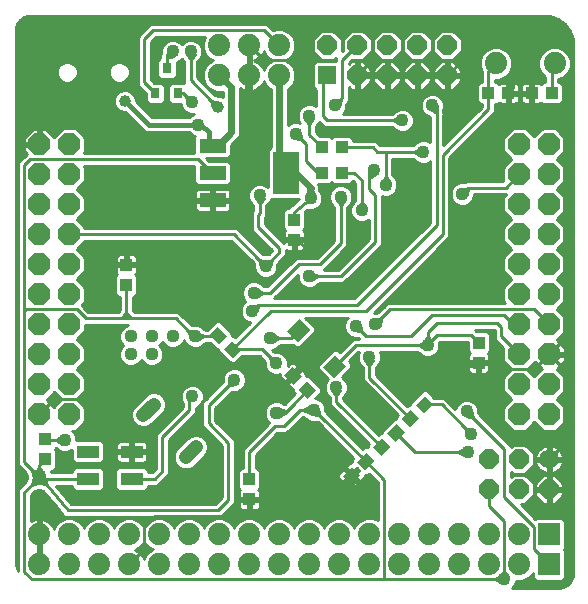
<source format=gbl>
G75*
G70*
%OFA0B0*%
%FSLAX24Y24*%
%IPPOS*%
%LPD*%
%AMOC8*
5,1,8,0,0,1.08239X$1,22.5*
%
%ADD10C,0.0480*%
%ADD11C,0.0640*%
%ADD12OC8,0.0640*%
%ADD13R,0.0640X0.0640*%
%ADD14R,0.0433X0.0394*%
%ADD15R,0.0394X0.0433*%
%ADD16R,0.0315X0.0354*%
%ADD17C,0.0740*%
%ADD18OC8,0.0740*%
%ADD19R,0.0740X0.0740*%
%ADD20R,0.0500X0.0579*%
%ADD21R,0.0880X0.0480*%
%ADD22R,0.0866X0.1417*%
%ADD23C,0.0437*%
%ADD24R,0.0748X0.0433*%
%ADD25C,0.0240*%
%ADD26C,0.0436*%
%ADD27C,0.0100*%
%ADD28C,0.0160*%
%ADD29C,0.0397*%
%ADD30C,0.0476*%
%ADD31R,0.0436X0.0436*%
D10*
X006422Y005128D02*
X006761Y005467D01*
X005347Y006881D02*
X005007Y006542D01*
D11*
X018534Y005054D03*
D12*
X018534Y004054D03*
X017534Y004054D03*
X016534Y004054D03*
X016534Y005054D03*
X017534Y005054D03*
X015134Y017854D03*
X014134Y017854D03*
X013134Y017854D03*
X012134Y017854D03*
X012134Y018854D03*
X011134Y018854D03*
X013134Y018854D03*
X014134Y018854D03*
X015134Y018854D03*
D13*
X011134Y017854D03*
D14*
X010950Y015454D03*
X011619Y015454D03*
X011619Y014604D03*
X010950Y014604D03*
G36*
X007511Y008899D02*
X007206Y009204D01*
X007485Y009483D01*
X007790Y009178D01*
X007511Y008899D01*
G37*
G36*
X007984Y008426D02*
X007679Y008731D01*
X007958Y009010D01*
X008263Y008705D01*
X007984Y008426D01*
G37*
G36*
X009985Y008133D02*
X010290Y007828D01*
X010011Y007549D01*
X009706Y007854D01*
X009985Y008133D01*
G37*
G36*
X010458Y007660D02*
X010763Y007355D01*
X010484Y007076D01*
X010179Y007381D01*
X010458Y007660D01*
G37*
G36*
X012656Y005455D02*
X012961Y005760D01*
X013240Y005481D01*
X012935Y005176D01*
X012656Y005455D01*
G37*
G36*
X012129Y004978D02*
X012434Y005283D01*
X012713Y005004D01*
X012408Y004699D01*
X012129Y004978D01*
G37*
G36*
X011656Y004505D02*
X011961Y004810D01*
X012240Y004531D01*
X011935Y004226D01*
X011656Y004505D01*
G37*
G36*
X013129Y005928D02*
X013434Y006233D01*
X013713Y005954D01*
X013408Y005649D01*
X013129Y005928D01*
G37*
G36*
X014190Y006431D02*
X013885Y006126D01*
X013606Y006405D01*
X013911Y006710D01*
X014190Y006431D01*
G37*
G36*
X014663Y006904D02*
X014358Y006599D01*
X014079Y006878D01*
X014384Y007183D01*
X014663Y006904D01*
G37*
X016500Y017254D03*
X017169Y017254D03*
X017950Y017254D03*
X018619Y017254D03*
D15*
X016184Y008939D03*
X016184Y008270D03*
X010034Y012370D03*
X010034Y013039D03*
X004434Y011539D03*
X004434Y010870D03*
X001734Y005739D03*
X001734Y005070D03*
X008534Y004389D03*
X008534Y003720D03*
D16*
X006158Y017261D03*
X005410Y017261D03*
X005784Y018087D03*
D17*
X007534Y017854D03*
X008534Y017854D03*
X009534Y017854D03*
X009534Y018854D03*
X008534Y018854D03*
X007534Y018854D03*
X016754Y018254D03*
X018714Y018254D03*
X017534Y002554D03*
X017534Y001554D03*
X016534Y001554D03*
X015534Y001554D03*
X014534Y001554D03*
X013534Y001554D03*
X012534Y001554D03*
X011534Y001554D03*
X010534Y001554D03*
X009534Y001554D03*
X008534Y001554D03*
X007534Y001554D03*
X006534Y001554D03*
X005534Y001554D03*
X004534Y001554D03*
X003534Y001554D03*
X002534Y001554D03*
X001534Y001554D03*
X001534Y002554D03*
X002534Y002554D03*
X003534Y002554D03*
X004534Y002554D03*
X005534Y002554D03*
X006534Y002554D03*
X007534Y002554D03*
X008534Y002554D03*
X009534Y002554D03*
X010534Y002554D03*
X011534Y002554D03*
X012534Y002554D03*
X013534Y002554D03*
X014534Y002554D03*
X015534Y002554D03*
X016534Y002554D03*
D18*
X017534Y006554D03*
X017534Y007554D03*
X018534Y007554D03*
X018534Y006554D03*
X018534Y008554D03*
X017534Y008554D03*
X017534Y009554D03*
X018534Y009554D03*
X018534Y010554D03*
X017534Y010554D03*
X017534Y011554D03*
X018534Y011554D03*
X018534Y012554D03*
X017534Y012554D03*
X017534Y013554D03*
X018534Y013554D03*
X018534Y014554D03*
X017534Y014554D03*
X017534Y015554D03*
X018534Y015554D03*
X002534Y015554D03*
X002534Y014554D03*
X002534Y013554D03*
X002534Y012554D03*
X002534Y011554D03*
X002534Y010554D03*
X002534Y009554D03*
X002534Y008554D03*
X002534Y007554D03*
X002534Y006554D03*
X001534Y006554D03*
X001534Y007554D03*
X001534Y008554D03*
X001534Y009554D03*
X001534Y010554D03*
X001534Y011554D03*
X001534Y012554D03*
X001534Y013554D03*
X001534Y014554D03*
X001534Y015554D03*
D19*
X018534Y002554D03*
X018534Y001554D03*
D20*
G36*
X011356Y007775D02*
X011002Y008129D01*
X011410Y008537D01*
X011764Y008183D01*
X011356Y007775D01*
G37*
G36*
X010213Y009734D02*
X010567Y009380D01*
X010159Y008972D01*
X009805Y009326D01*
X010213Y009734D01*
G37*
D21*
X007314Y013694D03*
X007314Y014604D03*
X007314Y015514D03*
D22*
X009754Y014604D03*
D23*
X005984Y009154D03*
X005284Y009154D03*
X005284Y008554D03*
X004584Y008554D03*
X004584Y009154D03*
D24*
X004613Y005307D03*
X004613Y004402D03*
X003156Y004402D03*
X003156Y005307D03*
D25*
X001534Y004454D02*
X001484Y004404D01*
X008024Y013694D02*
X008484Y014154D01*
X008484Y016804D01*
X008484Y017804D01*
X008534Y017854D01*
X007934Y017454D02*
X007934Y015954D01*
X007494Y015514D01*
X007934Y017454D02*
X007534Y017854D01*
X009534Y017854D02*
X009534Y014774D01*
X009914Y014774D02*
X010584Y014104D01*
X010584Y013754D02*
X010554Y013754D01*
X012134Y017854D02*
X013134Y017854D01*
X014134Y017854D01*
X015134Y017854D01*
X011948Y004518D02*
X011934Y004504D01*
X011984Y003204D01*
D26*
X010584Y004604D03*
X010034Y005854D03*
X009434Y006604D03*
X008884Y007054D03*
X008034Y007704D03*
X006634Y007154D03*
X006734Y009154D03*
X007934Y009954D03*
X008634Y010004D03*
X008684Y010604D03*
X009084Y011504D03*
X010534Y011154D03*
X010584Y011954D03*
X011584Y010654D03*
X011284Y009454D03*
X012084Y009504D03*
X012734Y009554D03*
X012534Y008454D03*
X012034Y007904D03*
X011434Y007454D03*
X010684Y006704D03*
X009434Y008254D03*
X009234Y009104D03*
X007234Y004904D03*
X004234Y008004D03*
X002384Y005704D03*
X003834Y003804D03*
X003684Y013404D03*
X004534Y014304D03*
X006334Y013704D03*
X006834Y016204D03*
X006634Y016954D03*
X006584Y018654D03*
X005984Y018654D03*
X003384Y019154D03*
X001384Y018004D03*
X008484Y016804D03*
X010084Y015904D03*
X010534Y016504D03*
X011384Y016854D03*
X010284Y018404D03*
X013634Y016354D03*
X014634Y016854D03*
X015684Y016804D03*
X016134Y015504D03*
X016134Y014654D03*
X015634Y013904D03*
X014334Y015304D03*
X013084Y014204D03*
X012684Y014704D03*
X012284Y013354D03*
X011584Y013804D03*
X010584Y013754D03*
X008884Y013854D03*
X014484Y008854D03*
X014484Y008154D03*
X015784Y006654D03*
X015934Y005904D03*
X015834Y005304D03*
X017034Y001054D03*
X018934Y016504D03*
X016034Y018904D03*
D27*
X000755Y001530D02*
X000814Y001349D01*
X000814Y001395D01*
X000814Y004045D01*
X000943Y004174D01*
X001064Y004295D01*
X001089Y004320D01*
X001129Y004454D01*
X001089Y004589D01*
X000814Y004863D01*
X000814Y005045D01*
X000814Y009913D01*
X000814Y010095D01*
X000814Y014945D01*
X000943Y015074D01*
X001014Y015145D01*
X001111Y015242D01*
X001014Y015339D01*
X001014Y015504D01*
X001484Y015504D01*
X001484Y015604D01*
X001014Y015604D01*
X001014Y015770D01*
X001319Y016074D01*
X001484Y016074D01*
X001484Y015604D01*
X001584Y015604D01*
X001584Y016074D01*
X001750Y016074D01*
X002020Y015804D01*
X002311Y016094D01*
X002758Y016094D01*
X003074Y015778D01*
X003074Y015331D01*
X003018Y015274D01*
X006704Y015274D01*
X006704Y015825D01*
X006714Y015834D01*
X006614Y015875D01*
X006535Y015954D01*
X005134Y015954D01*
X005043Y015992D01*
X004972Y016063D01*
X004399Y016636D01*
X004311Y016636D01*
X004175Y016692D01*
X004072Y016796D01*
X004016Y016931D01*
X004016Y017078D01*
X004072Y017213D01*
X004175Y017317D01*
X004311Y017373D01*
X004457Y017373D01*
X004593Y017317D01*
X004696Y017213D01*
X004753Y017078D01*
X004753Y016989D01*
X005288Y016454D01*
X006535Y016454D01*
X006614Y016533D01*
X006694Y016566D01*
X006557Y016566D01*
X006414Y016625D01*
X006305Y016734D01*
X006246Y016877D01*
X006246Y016913D01*
X004829Y016913D01*
X004753Y017011D02*
X005085Y017011D01*
X005083Y017013D02*
X005182Y016913D01*
X005638Y016913D01*
X005738Y017013D01*
X005738Y017508D01*
X005638Y017608D01*
X005374Y017608D01*
X005254Y017728D01*
X005254Y018963D01*
X005425Y019134D01*
X007066Y019134D01*
X006994Y018962D01*
X006994Y018747D01*
X007076Y018548D01*
X007228Y018397D01*
X007330Y018354D01*
X007228Y018312D01*
X007076Y018160D01*
X006994Y017962D01*
X006994Y017747D01*
X007076Y017548D01*
X007228Y017397D01*
X007427Y017314D01*
X007642Y017314D01*
X007644Y017315D01*
X007644Y017143D01*
X007602Y017154D01*
X007557Y017173D01*
X007532Y017173D01*
X007389Y017211D01*
X006804Y017795D01*
X006804Y018268D01*
X006804Y018300D01*
X006840Y018361D01*
X006913Y018434D01*
X006972Y018577D01*
X006972Y018732D01*
X006913Y018874D01*
X006804Y018983D01*
X006661Y019042D01*
X006507Y019042D01*
X006364Y018983D01*
X006284Y018903D01*
X006204Y018983D01*
X006061Y019042D01*
X005907Y019042D01*
X005764Y018983D01*
X005655Y018874D01*
X005596Y018732D01*
X005596Y018605D01*
X005588Y018569D01*
X005564Y018545D01*
X005564Y018491D01*
X005547Y018459D01*
X005555Y018433D01*
X005457Y018335D01*
X005457Y017840D01*
X005556Y017740D01*
X006012Y017740D01*
X006112Y017840D01*
X006112Y018287D01*
X006204Y018325D01*
X006284Y018405D01*
X006328Y018361D01*
X006364Y018300D01*
X006364Y018268D01*
X006364Y017795D01*
X006364Y017613D01*
X006370Y017608D01*
X005930Y017608D01*
X005831Y017508D01*
X005831Y017013D01*
X005930Y016913D01*
X006246Y016913D01*
X006272Y016814D02*
X004928Y016814D01*
X005027Y016715D02*
X006324Y016715D01*
X006435Y016617D02*
X005125Y016617D01*
X005224Y016518D02*
X006599Y016518D01*
X006491Y016916D02*
X006634Y016954D01*
X006672Y017098D01*
X006425Y017163D01*
X006491Y016916D01*
X006634Y016954D02*
X006425Y017163D01*
X006328Y017261D01*
X006158Y017261D01*
X005831Y017307D02*
X005738Y017307D01*
X005738Y017405D02*
X005831Y017405D01*
X005831Y017504D02*
X005738Y017504D01*
X005643Y017602D02*
X005925Y017602D01*
X006071Y017799D02*
X006364Y017799D01*
X006364Y017701D02*
X005281Y017701D01*
X005254Y017799D02*
X005497Y017799D01*
X005457Y017898D02*
X005254Y017898D01*
X005254Y017996D02*
X005457Y017996D01*
X005457Y018095D02*
X005254Y018095D01*
X005254Y018194D02*
X005457Y018194D01*
X005457Y018292D02*
X005254Y018292D01*
X005254Y018391D02*
X005512Y018391D01*
X005563Y018489D02*
X005254Y018489D01*
X005254Y018588D02*
X005592Y018588D01*
X005596Y018686D02*
X005254Y018686D01*
X005254Y018785D02*
X005618Y018785D01*
X005664Y018883D02*
X005254Y018883D01*
X005273Y018982D02*
X005763Y018982D01*
X005839Y018686D02*
X005984Y018654D01*
X006028Y018513D01*
X005784Y018437D01*
X005839Y018686D01*
X005984Y018654D02*
X005784Y018454D01*
X005784Y018437D01*
X005784Y018087D01*
X006112Y018095D02*
X006364Y018095D01*
X006364Y017996D02*
X006112Y017996D01*
X006112Y017898D02*
X006364Y017898D01*
X006584Y017704D02*
X007275Y017013D01*
X007522Y016948D01*
X007484Y016804D01*
X007341Y016766D01*
X007275Y017013D01*
X007484Y016804D01*
X007398Y017208D02*
X007644Y017208D01*
X007644Y017307D02*
X007293Y017307D01*
X007220Y017405D02*
X007194Y017405D01*
X007121Y017504D02*
X007096Y017504D01*
X007054Y017602D02*
X006997Y017602D01*
X007013Y017701D02*
X006899Y017701D01*
X006804Y017799D02*
X006994Y017799D01*
X006994Y017898D02*
X006804Y017898D01*
X006804Y017996D02*
X007009Y017996D01*
X007049Y018095D02*
X006804Y018095D01*
X006804Y018194D02*
X007110Y018194D01*
X007208Y018292D02*
X006804Y018292D01*
X006869Y018391D02*
X007242Y018391D01*
X007136Y018489D02*
X006936Y018489D01*
X006972Y018588D02*
X007060Y018588D01*
X007019Y018686D02*
X006972Y018686D01*
X006950Y018785D02*
X006994Y018785D01*
X006994Y018883D02*
X006904Y018883D01*
X006805Y018982D02*
X007003Y018982D01*
X007043Y019080D02*
X005371Y019080D01*
X005334Y019354D02*
X009034Y019354D01*
X009534Y018854D01*
X009330Y018354D02*
X009228Y018397D01*
X009076Y018548D01*
X009023Y018677D01*
X009016Y018655D01*
X008979Y018582D01*
X008931Y018516D01*
X008873Y018458D01*
X008807Y018410D01*
X008734Y018372D01*
X008678Y018354D01*
X008734Y018336D01*
X008807Y018299D01*
X008873Y018251D01*
X008931Y018193D01*
X008979Y018127D01*
X009016Y018054D01*
X009023Y018032D01*
X009076Y018160D01*
X009228Y018312D01*
X009330Y018354D01*
X009242Y018391D02*
X008770Y018391D01*
X008816Y018292D02*
X009208Y018292D01*
X009110Y018194D02*
X008930Y018194D01*
X008995Y018095D02*
X009049Y018095D01*
X009034Y018354D02*
X008534Y018854D01*
X008484Y018804D02*
X008584Y018804D01*
X008584Y018336D01*
X008584Y017904D01*
X008484Y017904D01*
X008484Y018373D01*
X008484Y018804D01*
X008484Y018785D02*
X008584Y018785D01*
X008584Y018686D02*
X008484Y018686D01*
X008484Y018588D02*
X008584Y018588D01*
X008584Y018489D02*
X008484Y018489D01*
X008484Y018391D02*
X008584Y018391D01*
X008584Y018292D02*
X008484Y018292D01*
X008484Y018194D02*
X008584Y018194D01*
X008584Y018095D02*
X008484Y018095D01*
X008484Y017996D02*
X008584Y017996D01*
X008584Y017804D02*
X008584Y017336D01*
X008656Y017347D01*
X008734Y017372D01*
X008807Y017410D01*
X008873Y017458D01*
X008931Y017516D01*
X008979Y017582D01*
X009016Y017655D01*
X009023Y017677D01*
X009076Y017548D01*
X009228Y017397D01*
X009244Y017390D01*
X009244Y015476D01*
X009151Y015383D01*
X009151Y014136D01*
X009104Y014183D01*
X008961Y014242D01*
X008807Y014242D01*
X008664Y014183D01*
X008555Y014074D01*
X008496Y013932D01*
X008496Y013777D01*
X008555Y013634D01*
X008628Y013561D01*
X008664Y013500D01*
X008664Y013345D01*
X008614Y013295D01*
X008614Y013113D01*
X008614Y012713D01*
X008743Y012584D01*
X009298Y012029D01*
X009179Y011911D01*
X009111Y011892D01*
X009058Y011892D01*
X008989Y011911D01*
X008966Y011933D01*
X008125Y012774D01*
X007943Y012774D01*
X003074Y012774D01*
X003074Y012778D01*
X002798Y013054D01*
X003074Y013331D01*
X003074Y013778D01*
X002798Y014054D01*
X003074Y014331D01*
X003074Y014778D01*
X003018Y014834D01*
X006704Y014834D01*
X006704Y014294D01*
X006804Y014194D01*
X007825Y014194D01*
X007924Y014294D01*
X007924Y014915D01*
X007825Y015014D01*
X007185Y015014D01*
X007095Y015104D01*
X007825Y015104D01*
X007924Y015204D01*
X007924Y015534D01*
X008180Y015790D01*
X008224Y015897D01*
X008224Y016012D01*
X008224Y017437D01*
X008262Y017410D01*
X008335Y017372D01*
X008412Y017347D01*
X008484Y017336D01*
X008484Y017804D01*
X008584Y017804D01*
X008584Y017799D02*
X008484Y017799D01*
X008484Y017701D02*
X008584Y017701D01*
X008584Y017602D02*
X008484Y017602D01*
X008484Y017504D02*
X008584Y017504D01*
X008584Y017405D02*
X008484Y017405D01*
X008270Y017405D02*
X008224Y017405D01*
X008224Y017307D02*
X009244Y017307D01*
X009244Y017208D02*
X008224Y017208D01*
X008224Y017110D02*
X009244Y017110D01*
X009244Y017011D02*
X008224Y017011D01*
X008224Y016913D02*
X009244Y016913D01*
X009244Y016814D02*
X008224Y016814D01*
X008224Y016715D02*
X009244Y016715D01*
X009244Y016617D02*
X008224Y016617D01*
X008224Y016518D02*
X009244Y016518D01*
X009244Y016420D02*
X008224Y016420D01*
X008224Y016321D02*
X009244Y016321D01*
X009244Y016223D02*
X008224Y016223D01*
X008224Y016124D02*
X009244Y016124D01*
X009244Y016026D02*
X008224Y016026D01*
X008224Y015927D02*
X009244Y015927D01*
X009244Y015829D02*
X008196Y015829D01*
X008120Y015730D02*
X009244Y015730D01*
X009244Y015631D02*
X008021Y015631D01*
X007924Y015533D02*
X009244Y015533D01*
X009202Y015434D02*
X007924Y015434D01*
X007924Y015336D02*
X009151Y015336D01*
X009151Y015237D02*
X007924Y015237D01*
X007859Y015139D02*
X009151Y015139D01*
X009151Y015040D02*
X007159Y015040D01*
X007159Y014729D02*
X007314Y014729D01*
X007314Y014604D01*
X007284Y014604D02*
X007159Y014729D01*
X006834Y015054D01*
X001234Y015054D01*
X001034Y014854D01*
X001034Y010004D01*
X001084Y010054D01*
X002784Y010054D01*
X003084Y009754D01*
X004284Y009754D01*
X004434Y009954D01*
X004584Y009754D01*
X006084Y009754D01*
X006502Y009337D01*
X006755Y009301D01*
X006734Y009154D01*
X006596Y009099D01*
X006502Y009337D01*
X006684Y009154D01*
X006734Y009154D01*
X006809Y009026D01*
X007029Y009154D01*
X006809Y009283D01*
X006734Y009154D01*
X007029Y009154D01*
X007461Y009154D01*
X007498Y009191D01*
X007239Y008931D02*
X007082Y008931D01*
X007089Y008934D02*
X007235Y008934D01*
X007441Y008729D01*
X007509Y008729D01*
X007509Y008661D01*
X007914Y008255D01*
X008055Y008255D01*
X008297Y008498D01*
X008880Y008498D01*
X009028Y008350D01*
X009046Y008281D01*
X009046Y008177D01*
X009105Y008034D01*
X009214Y007925D01*
X009357Y007866D01*
X009511Y007866D01*
X009558Y007886D01*
X009555Y007875D01*
X009555Y007835D01*
X009566Y007797D01*
X009585Y007763D01*
X009718Y007630D01*
X009929Y007841D01*
X009997Y007772D01*
X009787Y007561D01*
X009919Y007429D01*
X009954Y007409D01*
X009992Y007399D01*
X010009Y007399D01*
X010009Y007311D01*
X010063Y007257D01*
X009840Y007021D01*
X009717Y006898D01*
X009671Y006917D01*
X009654Y006933D01*
X009511Y006992D01*
X009357Y006992D01*
X009214Y006933D01*
X009105Y006824D01*
X009046Y006682D01*
X009046Y006527D01*
X009105Y006384D01*
X009204Y006285D01*
X009164Y006245D01*
X008314Y005395D01*
X008314Y005213D01*
X008314Y004775D01*
X008267Y004775D01*
X008167Y004676D01*
X008167Y004102D01*
X008229Y004040D01*
X008217Y004028D01*
X008198Y003994D01*
X008187Y003956D01*
X008187Y003768D01*
X008485Y003768D01*
X008485Y003671D01*
X008187Y003671D01*
X008187Y003483D01*
X008198Y003445D01*
X008217Y003411D01*
X008245Y003383D01*
X008279Y003363D01*
X008318Y003353D01*
X008486Y003353D01*
X008486Y003671D01*
X008583Y003671D01*
X008583Y003768D01*
X008881Y003768D01*
X008881Y003956D01*
X008871Y003994D01*
X008851Y004028D01*
X008839Y004040D01*
X008901Y004102D01*
X008901Y004676D01*
X008801Y004775D01*
X008754Y004775D01*
X008754Y005213D01*
X009475Y005934D01*
X009593Y005934D01*
X009775Y005934D01*
X010311Y006470D01*
X010428Y006411D01*
X010464Y006375D01*
X010607Y006316D01*
X010742Y006316D01*
X010795Y006305D01*
X010813Y006287D01*
X012006Y005095D01*
X011959Y005047D01*
X011959Y004960D01*
X011942Y004960D01*
X011904Y004950D01*
X011869Y004930D01*
X011737Y004797D01*
X011947Y004586D01*
X011879Y004518D01*
X011668Y004729D01*
X011535Y004596D01*
X011516Y004562D01*
X011505Y004524D01*
X011505Y004484D01*
X011516Y004446D01*
X011535Y004412D01*
X011654Y004293D01*
X011879Y004518D01*
X011947Y004449D01*
X011723Y004224D01*
X011842Y004105D01*
X011876Y004086D01*
X011914Y004075D01*
X011953Y004075D01*
X011992Y004086D01*
X012026Y004105D01*
X012159Y004238D01*
X011948Y004449D01*
X012016Y004518D01*
X011948Y004586D01*
X012113Y004752D01*
X012182Y004683D01*
X012016Y004518D01*
X012227Y004307D01*
X012360Y004439D01*
X012380Y004474D01*
X012390Y004512D01*
X012390Y004529D01*
X012477Y004529D01*
X012525Y004576D01*
X012814Y004286D01*
X012814Y003023D01*
X012642Y003094D01*
X012427Y003094D01*
X012228Y003012D01*
X012076Y002860D01*
X012034Y002758D01*
X011992Y002860D01*
X011840Y003012D01*
X011642Y003094D01*
X011427Y003094D01*
X011228Y003012D01*
X011076Y002860D01*
X011034Y002758D01*
X010992Y002860D01*
X010840Y003012D01*
X010642Y003094D01*
X010427Y003094D01*
X010228Y003012D01*
X010076Y002860D01*
X010034Y002758D01*
X009992Y002860D01*
X009840Y003012D01*
X009642Y003094D01*
X009427Y003094D01*
X009228Y003012D01*
X009076Y002860D01*
X009034Y002758D01*
X008992Y002860D01*
X008840Y003012D01*
X008642Y003094D01*
X008427Y003094D01*
X008228Y003012D01*
X008076Y002860D01*
X008034Y002758D01*
X007992Y002860D01*
X007840Y003012D01*
X007642Y003094D01*
X007427Y003094D01*
X007228Y003012D01*
X007076Y002860D01*
X007034Y002758D01*
X006992Y002860D01*
X006840Y003012D01*
X006642Y003094D01*
X006427Y003094D01*
X006228Y003012D01*
X006076Y002860D01*
X006034Y002758D01*
X005992Y002860D01*
X005840Y003012D01*
X005642Y003094D01*
X005427Y003094D01*
X005228Y003012D01*
X005076Y002860D01*
X005034Y002758D01*
X004992Y002860D01*
X004840Y003012D01*
X004642Y003094D01*
X004427Y003094D01*
X004228Y003012D01*
X004076Y002860D01*
X004034Y002758D01*
X003992Y002860D01*
X003840Y003012D01*
X003642Y003094D01*
X003427Y003094D01*
X003228Y003012D01*
X003076Y002860D01*
X003034Y002758D01*
X002992Y002860D01*
X002840Y003012D01*
X002642Y003094D01*
X002427Y003094D01*
X002228Y003012D01*
X002076Y002860D01*
X002023Y002732D01*
X002016Y002754D01*
X001979Y002827D01*
X001931Y002893D01*
X001873Y002951D01*
X001807Y002999D01*
X001734Y003036D01*
X001656Y003061D01*
X001584Y003073D01*
X001584Y002604D01*
X001484Y002604D01*
X001484Y003073D01*
X001412Y003061D01*
X001335Y003036D01*
X001262Y002999D01*
X001254Y002994D01*
X001254Y003863D01*
X001375Y003984D01*
X001400Y004009D01*
X001534Y004049D01*
X001657Y004012D01*
X002064Y003518D01*
X002090Y003487D01*
X002180Y003377D01*
X002180Y003377D01*
X002264Y003275D01*
X002264Y003263D01*
X002321Y003206D01*
X002372Y003144D01*
X002384Y003143D01*
X002393Y003134D01*
X002474Y003134D01*
X002554Y003127D01*
X002563Y003134D01*
X007393Y003134D01*
X007575Y003134D01*
X007925Y003484D01*
X008054Y003613D01*
X008054Y005513D01*
X008054Y005695D01*
X007404Y006345D01*
X007404Y006763D01*
X007916Y007276D01*
X007939Y007298D01*
X008008Y007316D01*
X008111Y007316D01*
X008254Y007375D01*
X008363Y007484D01*
X008422Y007627D01*
X008422Y007782D01*
X008363Y007924D01*
X008254Y008033D01*
X008111Y008092D01*
X007957Y008092D01*
X007814Y008033D01*
X007705Y007924D01*
X007646Y007782D01*
X007646Y007678D01*
X007628Y007609D01*
X007605Y007587D01*
X007093Y007074D01*
X006970Y006951D01*
X007022Y007077D01*
X007022Y007232D01*
X006963Y007374D01*
X006854Y007483D01*
X006711Y007542D01*
X006557Y007542D01*
X006414Y007483D01*
X006305Y007374D01*
X006246Y007232D01*
X006246Y007077D01*
X006305Y006934D01*
X006314Y006925D01*
X006314Y006795D01*
X005414Y005895D01*
X005414Y005713D01*
X005414Y004745D01*
X005290Y004622D01*
X005156Y004622D01*
X005156Y004689D01*
X005057Y004788D01*
X004168Y004788D01*
X004069Y004689D01*
X004069Y004115D01*
X004168Y004015D01*
X005057Y004015D01*
X005156Y004115D01*
X005156Y004182D01*
X005290Y004182D01*
X005473Y004182D01*
X005725Y004434D01*
X005854Y004563D01*
X005854Y005713D01*
X006625Y006484D01*
X006754Y006613D01*
X006754Y006784D01*
X006854Y006825D01*
X006963Y006934D01*
X006964Y006937D01*
X006964Y006163D01*
X007093Y006034D01*
X007614Y005513D01*
X007614Y003795D01*
X007393Y003574D01*
X002588Y003574D01*
X002420Y003779D01*
X002088Y004182D01*
X002612Y004182D01*
X002612Y004115D01*
X002711Y004015D01*
X003600Y004015D01*
X003700Y004115D01*
X003700Y004689D01*
X003600Y004788D01*
X002711Y004788D01*
X002612Y004689D01*
X002612Y004622D01*
X001922Y004622D01*
X001922Y004683D01*
X002001Y004683D01*
X002101Y004783D01*
X002101Y005357D01*
X002053Y005404D01*
X002094Y005445D01*
X002164Y005375D01*
X002307Y005316D01*
X002461Y005316D01*
X002604Y005375D01*
X002612Y005383D01*
X002612Y005383D01*
X002612Y005020D01*
X002711Y004921D01*
X003600Y004921D01*
X003700Y005020D01*
X003700Y005594D01*
X003600Y005694D01*
X002772Y005694D01*
X002772Y005782D01*
X002713Y005924D01*
X002623Y006014D01*
X002758Y006014D01*
X003074Y006331D01*
X003074Y006778D01*
X002798Y007054D01*
X003074Y007331D01*
X003074Y007778D01*
X002798Y008054D01*
X003074Y008331D01*
X003074Y008778D01*
X002798Y009054D01*
X003074Y009331D01*
X003074Y009534D01*
X003175Y009534D01*
X004193Y009534D01*
X004211Y009534D01*
X004225Y009524D01*
X004300Y009534D01*
X004393Y009534D01*
X004487Y009534D01*
X004364Y009484D01*
X004255Y009374D01*
X004196Y009232D01*
X004196Y009077D01*
X004255Y008934D01*
X004335Y008854D01*
X004255Y008774D01*
X004196Y008632D01*
X004196Y008477D01*
X004255Y008334D01*
X004364Y008225D01*
X004507Y008166D01*
X004661Y008166D01*
X004804Y008225D01*
X004913Y008334D01*
X004934Y008384D01*
X004955Y008334D01*
X005064Y008225D01*
X005207Y008166D01*
X005361Y008166D01*
X005504Y008225D01*
X005613Y008334D01*
X005673Y008477D01*
X005673Y008632D01*
X005613Y008774D01*
X005533Y008854D01*
X005613Y008934D01*
X005634Y008984D01*
X005655Y008934D01*
X005764Y008825D01*
X005907Y008766D01*
X006061Y008766D01*
X006204Y008825D01*
X006313Y008934D01*
X006359Y009045D01*
X006405Y008934D01*
X006514Y008825D01*
X006657Y008766D01*
X006811Y008766D01*
X006954Y008825D01*
X007027Y008899D01*
X007089Y008934D01*
X006961Y008832D02*
X007338Y008832D01*
X007436Y008733D02*
X005630Y008733D01*
X005671Y008635D02*
X007535Y008635D01*
X007633Y008536D02*
X005673Y008536D01*
X005656Y008438D02*
X007732Y008438D01*
X007830Y008339D02*
X005615Y008339D01*
X005520Y008241D02*
X009046Y008241D01*
X009031Y008339D02*
X008139Y008339D01*
X008238Y008438D02*
X008940Y008438D01*
X008971Y008718D02*
X009225Y008463D01*
X009472Y008398D01*
X009434Y008254D01*
X009291Y008216D01*
X009225Y008463D01*
X009434Y008254D01*
X009822Y008241D02*
X009879Y008241D01*
X009892Y008253D02*
X009822Y008184D01*
X009822Y008332D01*
X009763Y008474D01*
X009654Y008583D01*
X009511Y008642D01*
X009408Y008642D01*
X009339Y008661D01*
X009283Y008716D01*
X009311Y008716D01*
X009454Y008775D01*
X009527Y008849D01*
X009589Y008884D01*
X009846Y008884D01*
X010005Y008884D01*
X010087Y008801D01*
X010228Y008801D01*
X010737Y009310D01*
X010737Y009451D01*
X010404Y009784D01*
X011815Y009784D01*
X011755Y009724D01*
X011696Y009582D01*
X011696Y009427D01*
X011755Y009284D01*
X011864Y009175D01*
X012007Y009116D01*
X012111Y009116D01*
X012179Y009098D01*
X012203Y009074D01*
X011990Y009074D01*
X011861Y008945D01*
X011552Y008636D01*
X011481Y008707D01*
X011340Y008707D01*
X010831Y008198D01*
X010831Y008058D01*
X011160Y007729D01*
X011105Y007674D01*
X011046Y007532D01*
X011046Y007377D01*
X011105Y007234D01*
X011178Y007161D01*
X011214Y007100D01*
X011214Y007068D01*
X011214Y006890D01*
X011343Y006761D01*
X012533Y005571D01*
X012485Y005524D01*
X012485Y005453D01*
X012364Y005453D01*
X012317Y005406D01*
X011124Y006599D01*
X011097Y006626D01*
X011072Y006702D01*
X011072Y006782D01*
X011013Y006924D01*
X010904Y007033D01*
X010761Y007092D01*
X010742Y007092D01*
X010933Y007283D01*
X010933Y007424D01*
X010527Y007830D01*
X010440Y007830D01*
X010440Y007847D01*
X010430Y007885D01*
X010410Y007919D01*
X010277Y008052D01*
X010066Y007841D01*
X009998Y007910D01*
X010209Y008120D01*
X010076Y008253D01*
X010042Y008273D01*
X010003Y008283D01*
X009964Y008283D01*
X009926Y008273D01*
X009892Y008253D01*
X009819Y008339D02*
X010972Y008339D01*
X010874Y008241D02*
X010088Y008241D01*
X010187Y008142D02*
X010831Y008142D01*
X010845Y008044D02*
X010285Y008044D01*
X010269Y008044D02*
X010132Y008044D01*
X010170Y007945D02*
X010033Y007945D01*
X009998Y007968D02*
X011034Y009004D01*
X011211Y009004D01*
X011284Y009078D01*
X011284Y009159D01*
X011156Y009380D01*
X011284Y009454D01*
X011412Y009380D01*
X011284Y009159D01*
X011284Y009454D01*
X011698Y009423D02*
X010737Y009423D01*
X010737Y009325D02*
X011738Y009325D01*
X011813Y009226D02*
X010653Y009226D01*
X010554Y009128D02*
X011979Y009128D01*
X011945Y009029D02*
X010456Y009029D01*
X010357Y008931D02*
X011846Y008931D01*
X011748Y008832D02*
X010259Y008832D01*
X010057Y008832D02*
X009511Y008832D01*
X009353Y008733D02*
X011649Y008733D01*
X011976Y008438D02*
X012146Y008438D01*
X012146Y008377D02*
X012205Y008234D01*
X012278Y008161D01*
X012314Y008100D01*
X012314Y007872D01*
X012314Y007690D01*
X013483Y006521D01*
X013435Y006474D01*
X013435Y006403D01*
X013364Y006403D01*
X012959Y005997D01*
X012959Y005930D01*
X012891Y005930D01*
X012844Y005883D01*
X011654Y007072D01*
X011654Y007100D01*
X011690Y007161D01*
X011763Y007234D01*
X011822Y007377D01*
X011822Y007532D01*
X011763Y007674D01*
X011654Y007783D01*
X011619Y007798D01*
X011934Y008113D01*
X011934Y008254D01*
X011863Y008325D01*
X012172Y008634D01*
X012189Y008634D01*
X012146Y008532D01*
X012146Y008377D01*
X012162Y008339D02*
X011877Y008339D01*
X011934Y008241D02*
X012203Y008241D01*
X012289Y008142D02*
X011934Y008142D01*
X011864Y008044D02*
X012314Y008044D01*
X012314Y007945D02*
X011766Y007945D01*
X011667Y007847D02*
X012314Y007847D01*
X012314Y007748D02*
X011689Y007748D01*
X011773Y007649D02*
X012355Y007649D01*
X012453Y007551D02*
X011814Y007551D01*
X011822Y007452D02*
X012552Y007452D01*
X012650Y007354D02*
X011813Y007354D01*
X011772Y007255D02*
X012749Y007255D01*
X012847Y007157D02*
X011687Y007157D01*
X011668Y007058D02*
X012946Y007058D01*
X013044Y006960D02*
X011767Y006960D01*
X011865Y006861D02*
X013143Y006861D01*
X013242Y006763D02*
X011964Y006763D01*
X012062Y006664D02*
X013340Y006664D01*
X013439Y006565D02*
X012161Y006565D01*
X012259Y006467D02*
X013435Y006467D01*
X013329Y006368D02*
X012358Y006368D01*
X012456Y006270D02*
X013231Y006270D01*
X013132Y006171D02*
X012555Y006171D01*
X012654Y006073D02*
X013034Y006073D01*
X012959Y005974D02*
X012752Y005974D01*
X012426Y005679D02*
X012044Y005679D01*
X011946Y005777D02*
X012327Y005777D01*
X012228Y005876D02*
X011847Y005876D01*
X011749Y005974D02*
X012130Y005974D01*
X012031Y006073D02*
X011650Y006073D01*
X011552Y006171D02*
X011933Y006171D01*
X011834Y006270D02*
X011453Y006270D01*
X011354Y006368D02*
X011736Y006368D01*
X011637Y006467D02*
X011256Y006467D01*
X011157Y006565D02*
X011539Y006565D01*
X011440Y006664D02*
X011085Y006664D01*
X011072Y006763D02*
X011342Y006763D01*
X011243Y006861D02*
X011039Y006861D01*
X010978Y006960D02*
X011214Y006960D01*
X011214Y007058D02*
X010844Y007058D01*
X010806Y007157D02*
X011181Y007157D01*
X011096Y007255D02*
X010905Y007255D01*
X010933Y007354D02*
X011056Y007354D01*
X011046Y007452D02*
X010905Y007452D01*
X010806Y007551D02*
X011054Y007551D01*
X011095Y007649D02*
X010708Y007649D01*
X010609Y007748D02*
X011141Y007748D01*
X011042Y007847D02*
X010440Y007847D01*
X010384Y007945D02*
X010944Y007945D01*
X011383Y008156D02*
X012081Y008854D01*
X014189Y008854D01*
X014409Y008983D01*
X014484Y008854D01*
X014484Y008904D01*
X014784Y009204D01*
X015919Y009204D01*
X016184Y008939D01*
X015879Y008590D02*
X015867Y008578D01*
X015848Y008544D01*
X015837Y008506D01*
X015837Y008318D01*
X016135Y008318D01*
X016135Y008221D01*
X015837Y008221D01*
X015837Y008033D01*
X015848Y007995D01*
X015867Y007961D01*
X015895Y007933D01*
X015929Y007913D01*
X015968Y007903D01*
X016136Y007903D01*
X016136Y008221D01*
X016233Y008221D01*
X016233Y008318D01*
X016531Y008318D01*
X016531Y008506D01*
X016521Y008544D01*
X016501Y008578D01*
X016489Y008590D01*
X016551Y008652D01*
X016551Y009226D01*
X016451Y009325D01*
X016109Y009325D01*
X016050Y009384D01*
X016693Y009384D01*
X016714Y009363D01*
X016714Y009063D01*
X016843Y008934D01*
X016997Y008781D01*
X016994Y008778D01*
X016994Y008331D01*
X017271Y008054D01*
X016994Y007778D01*
X016994Y007331D01*
X017271Y007054D01*
X016994Y006778D01*
X016994Y006331D01*
X017311Y006014D01*
X017758Y006014D01*
X018034Y006291D01*
X018311Y006014D01*
X018758Y006014D01*
X019074Y006331D01*
X019074Y006778D01*
X018798Y007054D01*
X019074Y007331D01*
X019074Y007778D01*
X018784Y008068D01*
X019054Y008339D01*
X019054Y008504D01*
X018584Y008504D01*
X018584Y008604D01*
X019054Y008604D01*
X019054Y008770D01*
X018784Y009040D01*
X019074Y009331D01*
X019074Y009778D01*
X018798Y010054D01*
X019074Y010331D01*
X019074Y010778D01*
X018798Y011054D01*
X019074Y011331D01*
X019074Y011778D01*
X018798Y012054D01*
X019074Y012331D01*
X019074Y012778D01*
X018798Y013054D01*
X019074Y013331D01*
X019074Y013778D01*
X018798Y014054D01*
X019074Y014331D01*
X019074Y014778D01*
X018798Y015054D01*
X019074Y015331D01*
X019074Y015778D01*
X018758Y016094D01*
X018311Y016094D01*
X018034Y015818D01*
X017758Y016094D01*
X017311Y016094D01*
X016994Y015778D01*
X016994Y015331D01*
X017271Y015054D01*
X016994Y014778D01*
X016994Y014333D01*
X015902Y014333D01*
X015875Y014349D01*
X015843Y014341D01*
X015811Y014349D01*
X015784Y014333D01*
X015752Y014333D01*
X015729Y014311D01*
X015661Y014292D01*
X015557Y014292D01*
X015414Y014233D01*
X015305Y014124D01*
X015246Y013982D01*
X015246Y013827D01*
X015305Y013684D01*
X015414Y013575D01*
X015557Y013516D01*
X015711Y013516D01*
X015854Y013575D01*
X015963Y013684D01*
X016022Y013827D01*
X016022Y013893D01*
X017002Y013893D01*
X017109Y013893D01*
X016994Y013778D01*
X016994Y013331D01*
X017271Y013054D01*
X016994Y012778D01*
X016994Y012331D01*
X017271Y012054D01*
X016994Y011778D01*
X016994Y011331D01*
X017271Y011054D01*
X016994Y010778D01*
X016994Y010331D01*
X017051Y010274D01*
X013143Y010274D01*
X013014Y010145D01*
X012829Y009961D01*
X012761Y009942D01*
X012683Y009942D01*
X015075Y012334D01*
X015204Y012463D01*
X015204Y015113D01*
X016591Y016500D01*
X016719Y016629D01*
X016719Y016887D01*
X016786Y016887D01*
X016848Y016949D01*
X016860Y016937D01*
X016894Y016918D01*
X016933Y016907D01*
X017120Y016907D01*
X017120Y017206D01*
X017217Y017206D01*
X017217Y016907D01*
X017405Y016907D01*
X017443Y016918D01*
X017477Y016937D01*
X017505Y016965D01*
X017525Y017000D01*
X017535Y017038D01*
X017535Y017206D01*
X017217Y017206D01*
X017217Y017303D01*
X017120Y017303D01*
X017120Y017601D01*
X016933Y017601D01*
X016894Y017591D01*
X016860Y017571D01*
X016848Y017559D01*
X016786Y017621D01*
X016724Y017621D01*
X016724Y017714D01*
X016862Y017714D01*
X017060Y017797D01*
X017212Y017948D01*
X017294Y018147D01*
X017294Y018362D01*
X017212Y018560D01*
X017060Y018712D01*
X016862Y018794D01*
X016647Y018794D01*
X016448Y018712D01*
X016296Y018560D01*
X016214Y018362D01*
X016214Y018147D01*
X016284Y017978D01*
X016284Y017913D01*
X016284Y017621D01*
X016213Y017621D01*
X016113Y017522D01*
X016113Y016987D01*
X016213Y016887D01*
X016280Y016887D01*
X016280Y016811D01*
X015004Y015535D01*
X015004Y016509D01*
X015004Y016510D01*
X015005Y016510D01*
X015004Y016543D01*
X015021Y016572D01*
X015004Y016630D01*
X015004Y016733D01*
X015022Y016777D01*
X015022Y016932D01*
X014963Y017074D01*
X014854Y017183D01*
X014711Y017242D01*
X014557Y017242D01*
X014414Y017183D01*
X014305Y017074D01*
X014246Y016932D01*
X014246Y016777D01*
X014305Y016634D01*
X014414Y016525D01*
X014557Y016466D01*
X014564Y016466D01*
X014564Y015623D01*
X014554Y015633D01*
X014411Y015692D01*
X014257Y015692D01*
X014114Y015633D01*
X014041Y015560D01*
X013980Y015524D01*
X013948Y015524D01*
X013018Y015524D01*
X012900Y015524D01*
X012750Y015674D01*
X012568Y015674D01*
X012005Y015674D01*
X012005Y015722D01*
X011906Y015821D01*
X011332Y015821D01*
X011284Y015773D01*
X011236Y015821D01*
X010894Y015821D01*
X010754Y015961D01*
X010754Y016150D01*
X010790Y016211D01*
X010863Y016284D01*
X010872Y016306D01*
X010893Y016284D01*
X011043Y016134D01*
X011225Y016134D01*
X013248Y016134D01*
X013279Y016134D01*
X013341Y016098D01*
X013414Y016025D01*
X013557Y015966D01*
X013711Y015966D01*
X013854Y016025D01*
X013963Y016134D01*
X014022Y016277D01*
X014022Y016432D01*
X013963Y016574D01*
X013854Y016683D01*
X013711Y016742D01*
X013557Y016742D01*
X013414Y016683D01*
X013341Y016610D01*
X013280Y016574D01*
X013248Y016574D01*
X011653Y016574D01*
X011713Y016634D01*
X011772Y016777D01*
X011772Y016881D01*
X011790Y016950D01*
X011854Y017013D01*
X011854Y017470D01*
X011939Y017384D01*
X012084Y017384D01*
X012084Y017804D01*
X012184Y017804D01*
X012184Y017384D01*
X012329Y017384D01*
X012604Y017660D01*
X012604Y017804D01*
X012184Y017804D01*
X012184Y017904D01*
X012604Y017904D01*
X012604Y018049D01*
X012329Y018324D01*
X012184Y018324D01*
X012184Y017904D01*
X012084Y017904D01*
X012084Y018324D01*
X011939Y018324D01*
X011854Y018239D01*
X011854Y018263D01*
X011955Y018364D01*
X012337Y018364D01*
X012624Y018651D01*
X012624Y019057D01*
X012337Y019344D01*
X011931Y019344D01*
X011644Y019057D01*
X011644Y018675D01*
X011624Y018655D01*
X011624Y019057D01*
X011337Y019344D01*
X010931Y019344D01*
X010644Y019057D01*
X010644Y018651D01*
X010931Y018364D01*
X011337Y018364D01*
X011414Y018441D01*
X011414Y018344D01*
X010744Y018344D01*
X010644Y018245D01*
X010644Y017464D01*
X010744Y017364D01*
X010764Y017364D01*
X010764Y016823D01*
X010754Y016833D01*
X010611Y016892D01*
X010457Y016892D01*
X010314Y016833D01*
X010205Y016724D01*
X010146Y016582D01*
X010146Y016427D01*
X010205Y016284D01*
X010223Y016267D01*
X010161Y016292D01*
X010007Y016292D01*
X009864Y016233D01*
X009824Y016193D01*
X009824Y017390D01*
X009840Y017397D01*
X009992Y017548D01*
X010074Y017747D01*
X010074Y017962D01*
X009992Y018160D01*
X009840Y018312D01*
X009738Y018354D01*
X009840Y018397D01*
X009992Y018548D01*
X010074Y018747D01*
X010074Y018962D01*
X009992Y019160D01*
X009840Y019312D01*
X009642Y019394D01*
X009427Y019394D01*
X009341Y019359D01*
X009125Y019574D01*
X008943Y019574D01*
X005425Y019574D01*
X005243Y019574D01*
X004814Y019145D01*
X004814Y018963D01*
X004814Y017545D01*
X004943Y017417D01*
X005083Y017277D01*
X005083Y017013D01*
X005083Y017110D02*
X004739Y017110D01*
X004698Y017208D02*
X005083Y017208D01*
X005053Y017307D02*
X004603Y017307D01*
X004856Y017504D02*
X000744Y017504D01*
X000744Y017602D02*
X004814Y017602D01*
X004814Y017701D02*
X004438Y017701D01*
X004397Y017660D02*
X004495Y017758D01*
X004547Y017885D01*
X004547Y018023D01*
X004495Y018151D01*
X004397Y018249D01*
X004269Y018301D01*
X004131Y018301D01*
X004004Y018249D01*
X003906Y018151D01*
X003853Y018023D01*
X003853Y017885D01*
X003906Y017758D01*
X004004Y017660D01*
X004131Y017607D01*
X004269Y017607D01*
X004397Y017660D01*
X004512Y017799D02*
X004814Y017799D01*
X004814Y017898D02*
X004547Y017898D01*
X004547Y017996D02*
X004814Y017996D01*
X004814Y018095D02*
X004518Y018095D01*
X004452Y018194D02*
X004814Y018194D01*
X004814Y018292D02*
X004292Y018292D01*
X004109Y018292D02*
X002560Y018292D01*
X002537Y018301D02*
X002399Y018301D01*
X002271Y018249D01*
X002174Y018151D01*
X002121Y018023D01*
X002121Y017885D01*
X002174Y017758D01*
X002271Y017660D01*
X002399Y017607D01*
X002537Y017607D01*
X002665Y017660D01*
X002762Y017758D01*
X002815Y017885D01*
X002815Y018023D01*
X002762Y018151D01*
X002665Y018249D01*
X002537Y018301D01*
X002376Y018292D02*
X000744Y018292D01*
X000744Y018194D02*
X002216Y018194D01*
X002151Y018095D02*
X000744Y018095D01*
X000744Y017996D02*
X002121Y017996D01*
X002121Y017898D02*
X000744Y017898D01*
X000744Y017799D02*
X002156Y017799D01*
X002231Y017701D02*
X000744Y017701D01*
X000744Y017405D02*
X004954Y017405D01*
X005034Y017637D02*
X005034Y019054D01*
X005334Y019354D01*
X005143Y019475D02*
X000766Y019475D01*
X000750Y019425D02*
X000798Y019573D01*
X000890Y019699D01*
X001016Y019790D01*
X001164Y019838D01*
X001241Y019844D01*
X001311Y019844D01*
X001328Y019844D01*
X018416Y019844D01*
X018558Y019833D01*
X018828Y019745D01*
X019058Y019578D01*
X019225Y019349D01*
X019313Y019078D01*
X019324Y018936D01*
X019324Y018875D01*
X019324Y018849D01*
X019324Y001261D01*
X019318Y001184D01*
X019270Y001036D01*
X019179Y000910D01*
X019053Y000818D01*
X018905Y000770D01*
X018827Y000764D01*
X018791Y000764D01*
X018740Y000764D01*
X017293Y000764D01*
X017363Y000834D01*
X017422Y000977D01*
X017422Y001016D01*
X017427Y001014D01*
X017642Y001014D01*
X017840Y001097D01*
X017992Y001248D01*
X017994Y001254D01*
X017994Y001114D01*
X018094Y001014D01*
X018975Y001014D01*
X019074Y001114D01*
X019074Y001995D01*
X019015Y002054D01*
X019074Y002114D01*
X019074Y002995D01*
X018975Y003094D01*
X018094Y003094D01*
X018075Y003075D01*
X017585Y003564D01*
X017737Y003564D01*
X018024Y003851D01*
X018024Y004257D01*
X017737Y004544D01*
X017331Y004544D01*
X017254Y004467D01*
X017254Y004641D01*
X017331Y004564D01*
X017737Y004564D01*
X018024Y004851D01*
X018024Y005257D01*
X017737Y005544D01*
X017331Y005544D01*
X017254Y005467D01*
X017254Y005495D01*
X017125Y005624D01*
X016213Y006537D01*
X016190Y006559D01*
X016172Y006628D01*
X016172Y006732D01*
X016113Y006874D01*
X016004Y006983D01*
X015861Y007042D01*
X015707Y007042D01*
X015564Y006983D01*
X015455Y006874D01*
X015403Y006747D01*
X015168Y006982D01*
X015039Y007111D01*
X014697Y007111D01*
X014455Y007353D01*
X014314Y007353D01*
X013909Y006947D01*
X013909Y006880D01*
X013841Y006880D01*
X013794Y006833D01*
X012754Y007872D01*
X012754Y008100D01*
X012790Y008161D01*
X012863Y008234D01*
X012922Y008377D01*
X012922Y008532D01*
X012880Y008634D01*
X014129Y008634D01*
X014191Y008598D01*
X014264Y008525D01*
X014407Y008466D01*
X014561Y008466D01*
X014704Y008525D01*
X014813Y008634D01*
X014872Y008777D01*
X014872Y008932D01*
X014869Y008938D01*
X014870Y008939D01*
X014868Y008943D01*
X014858Y008967D01*
X014875Y008984D01*
X015817Y008984D01*
X015817Y008652D01*
X015879Y008590D01*
X015846Y008536D02*
X014715Y008536D01*
X014813Y008635D02*
X015834Y008635D01*
X015817Y008733D02*
X014854Y008733D01*
X014872Y008832D02*
X015817Y008832D01*
X015817Y008931D02*
X014872Y008931D01*
X014634Y008904D02*
X014484Y009154D01*
X014334Y008904D01*
X014484Y008854D01*
X014634Y008904D01*
X014484Y008854D02*
X014484Y009154D01*
X014484Y009304D01*
X014784Y009604D01*
X016784Y009604D01*
X016934Y009454D01*
X016934Y009154D01*
X017534Y008554D01*
X017183Y008142D02*
X016531Y008142D01*
X016531Y008221D02*
X016531Y008033D01*
X016521Y007995D01*
X016501Y007961D01*
X016473Y007933D01*
X016439Y007913D01*
X016401Y007903D01*
X016233Y007903D01*
X016233Y008221D01*
X016531Y008221D01*
X016531Y008339D02*
X016994Y008339D01*
X016994Y008438D02*
X016531Y008438D01*
X016523Y008536D02*
X016994Y008536D01*
X016994Y008635D02*
X016534Y008635D01*
X016551Y008733D02*
X016994Y008733D01*
X016945Y008832D02*
X016551Y008832D01*
X016551Y008931D02*
X016847Y008931D01*
X016748Y009029D02*
X016551Y009029D01*
X016551Y009128D02*
X016714Y009128D01*
X016714Y009226D02*
X016551Y009226D01*
X016452Y009325D02*
X016714Y009325D01*
X017034Y009854D02*
X017334Y009554D01*
X017534Y009554D01*
X017034Y009854D02*
X014634Y009854D01*
X013934Y009154D01*
X012434Y009154D01*
X012293Y009296D01*
X012046Y009361D01*
X012084Y009504D01*
X012228Y009542D01*
X012293Y009296D01*
X012084Y009504D01*
X011696Y009522D02*
X010666Y009522D01*
X010568Y009620D02*
X011712Y009620D01*
X011753Y009719D02*
X010469Y009719D01*
X010186Y009353D02*
X009937Y009104D01*
X009529Y009104D01*
X009309Y008976D01*
X009234Y009104D01*
X009309Y009233D01*
X009529Y009104D01*
X009234Y009104D01*
X008971Y008718D02*
X007971Y008718D01*
X009257Y010004D01*
X012434Y010004D01*
X014984Y012554D01*
X014984Y015204D01*
X016500Y016720D01*
X016500Y017254D01*
X016504Y017259D01*
X016504Y018004D01*
X016754Y018254D01*
X016267Y018489D02*
X015462Y018489D01*
X015363Y018391D02*
X016226Y018391D01*
X016214Y018292D02*
X015361Y018292D01*
X015329Y018324D02*
X015184Y018324D01*
X015184Y017904D01*
X015604Y017904D01*
X015604Y018049D01*
X015329Y018324D01*
X015337Y018364D02*
X015624Y018651D01*
X015624Y019057D01*
X015337Y019344D01*
X014931Y019344D01*
X014644Y019057D01*
X014644Y018651D01*
X014931Y018364D01*
X015337Y018364D01*
X015184Y018292D02*
X015084Y018292D01*
X015084Y018324D02*
X014939Y018324D01*
X014664Y018049D01*
X014664Y017904D01*
X015084Y017904D01*
X015084Y017804D01*
X015184Y017804D01*
X015184Y017384D01*
X015329Y017384D01*
X015604Y017660D01*
X015604Y017804D01*
X015184Y017804D01*
X015184Y017904D01*
X015084Y017904D01*
X015084Y018324D01*
X015084Y018194D02*
X015184Y018194D01*
X015184Y018095D02*
X015084Y018095D01*
X015084Y017996D02*
X015184Y017996D01*
X015184Y017898D02*
X016284Y017898D01*
X016284Y017799D02*
X015604Y017799D01*
X015604Y017701D02*
X016284Y017701D01*
X016194Y017602D02*
X015547Y017602D01*
X015448Y017504D02*
X016113Y017504D01*
X016113Y017405D02*
X015350Y017405D01*
X015184Y017405D02*
X015084Y017405D01*
X015084Y017384D02*
X015084Y017804D01*
X014664Y017804D01*
X014664Y017660D01*
X014939Y017384D01*
X015084Y017384D01*
X015084Y017504D02*
X015184Y017504D01*
X015184Y017602D02*
X015084Y017602D01*
X015084Y017701D02*
X015184Y017701D01*
X015184Y017799D02*
X015084Y017799D01*
X015134Y017854D02*
X016184Y018904D01*
X016984Y018904D01*
X017334Y018554D01*
X017334Y017420D01*
X017169Y017254D01*
X017169Y016339D01*
X016684Y015854D01*
X016684Y015204D01*
X016343Y014863D01*
X016278Y014616D01*
X016134Y014654D01*
X016096Y014798D01*
X016343Y014863D01*
X016134Y014654D01*
X015843Y014113D02*
X017093Y014113D01*
X017534Y014554D01*
X017158Y014942D02*
X015204Y014942D01*
X015204Y015040D02*
X017256Y015040D01*
X017186Y015139D02*
X015230Y015139D01*
X015328Y015237D02*
X017088Y015237D01*
X016994Y015336D02*
X015427Y015336D01*
X015525Y015434D02*
X016994Y015434D01*
X016994Y015533D02*
X015624Y015533D01*
X015722Y015631D02*
X016994Y015631D01*
X016994Y015730D02*
X015821Y015730D01*
X015919Y015829D02*
X017045Y015829D01*
X017143Y015927D02*
X016018Y015927D01*
X016117Y016026D02*
X017242Y016026D01*
X017826Y016026D02*
X018242Y016026D01*
X018143Y015927D02*
X017925Y015927D01*
X018024Y015829D02*
X018045Y015829D01*
X018826Y016026D02*
X019324Y016026D01*
X019324Y016124D02*
X016215Y016124D01*
X016314Y016223D02*
X019324Y016223D01*
X019324Y016321D02*
X016412Y016321D01*
X016511Y016420D02*
X019324Y016420D01*
X019324Y016518D02*
X016609Y016518D01*
X016708Y016617D02*
X019324Y016617D01*
X019324Y016715D02*
X016719Y016715D01*
X016719Y016814D02*
X019324Y016814D01*
X019324Y016913D02*
X018931Y016913D01*
X018906Y016887D02*
X019005Y016987D01*
X019005Y017522D01*
X018906Y017621D01*
X018839Y017621D01*
X018839Y017721D01*
X019020Y017797D01*
X019172Y017948D01*
X019254Y018147D01*
X019254Y018362D01*
X019172Y018560D01*
X019020Y018712D01*
X018822Y018794D01*
X018607Y018794D01*
X018408Y018712D01*
X018256Y018560D01*
X018174Y018362D01*
X018174Y018147D01*
X018256Y017948D01*
X018399Y017806D01*
X018399Y017621D01*
X018332Y017621D01*
X018270Y017559D01*
X018258Y017571D01*
X018224Y017591D01*
X018186Y017601D01*
X017998Y017601D01*
X017998Y017303D01*
X017901Y017303D01*
X017901Y017601D01*
X017713Y017601D01*
X017675Y017591D01*
X017641Y017571D01*
X017613Y017543D01*
X017593Y017509D01*
X017583Y017471D01*
X017583Y017303D01*
X017901Y017303D01*
X017901Y017206D01*
X017583Y017206D01*
X017583Y017038D01*
X017593Y017000D01*
X017613Y016965D01*
X017641Y016937D01*
X017675Y016918D01*
X017713Y016907D01*
X017901Y016907D01*
X017901Y017206D01*
X017998Y017206D01*
X017998Y016907D01*
X018186Y016907D01*
X018224Y016918D01*
X018258Y016937D01*
X018270Y016949D01*
X018332Y016887D01*
X018906Y016887D01*
X019005Y017011D02*
X019324Y017011D01*
X019324Y017110D02*
X019005Y017110D01*
X019005Y017208D02*
X019324Y017208D01*
X019324Y017307D02*
X019005Y017307D01*
X019005Y017405D02*
X019324Y017405D01*
X019324Y017504D02*
X019005Y017504D01*
X018925Y017602D02*
X019324Y017602D01*
X019324Y017701D02*
X018839Y017701D01*
X019023Y017799D02*
X019324Y017799D01*
X019324Y017898D02*
X019121Y017898D01*
X019192Y017996D02*
X019324Y017996D01*
X019324Y018095D02*
X019233Y018095D01*
X019254Y018194D02*
X019324Y018194D01*
X019324Y018292D02*
X019254Y018292D01*
X019242Y018391D02*
X019324Y018391D01*
X019324Y018489D02*
X019201Y018489D01*
X019144Y018588D02*
X019324Y018588D01*
X019324Y018686D02*
X019046Y018686D01*
X018844Y018785D02*
X019324Y018785D01*
X019324Y018883D02*
X015624Y018883D01*
X015624Y018785D02*
X016624Y018785D01*
X016422Y018686D02*
X015624Y018686D01*
X015561Y018588D02*
X016324Y018588D01*
X016214Y018194D02*
X015460Y018194D01*
X015558Y018095D02*
X016236Y018095D01*
X016276Y017996D02*
X015604Y017996D01*
X015084Y017898D02*
X014184Y017898D01*
X014184Y017904D02*
X014604Y017904D01*
X014604Y018049D01*
X014329Y018324D01*
X014184Y018324D01*
X014184Y017904D01*
X014184Y017804D01*
X014184Y017384D01*
X014329Y017384D01*
X014604Y017660D01*
X014604Y017804D01*
X014184Y017804D01*
X014084Y017804D01*
X014084Y017384D01*
X013939Y017384D01*
X013664Y017660D01*
X013664Y017804D01*
X014084Y017804D01*
X014084Y017904D01*
X013664Y017904D01*
X013664Y018049D01*
X013939Y018324D01*
X014084Y018324D01*
X014084Y017904D01*
X014184Y017904D01*
X014184Y017996D02*
X014084Y017996D01*
X014084Y017898D02*
X013184Y017898D01*
X013184Y017904D02*
X013604Y017904D01*
X013604Y018049D01*
X013329Y018324D01*
X013184Y018324D01*
X013184Y017904D01*
X013184Y017804D01*
X013184Y017384D01*
X013329Y017384D01*
X013604Y017660D01*
X013604Y017804D01*
X013184Y017804D01*
X013084Y017804D01*
X013084Y017384D01*
X012939Y017384D01*
X012664Y017660D01*
X012664Y017804D01*
X013084Y017804D01*
X013084Y017904D01*
X012664Y017904D01*
X012664Y018049D01*
X012939Y018324D01*
X013084Y018324D01*
X013084Y017904D01*
X013184Y017904D01*
X013184Y017996D02*
X013084Y017996D01*
X013084Y017898D02*
X012184Y017898D01*
X012134Y017854D02*
X012634Y018354D01*
X012634Y019354D01*
X010634Y019354D01*
X010384Y019104D01*
X010384Y018604D01*
X010134Y018354D01*
X009034Y018354D01*
X009136Y018489D02*
X008904Y018489D01*
X008982Y018588D02*
X009060Y018588D01*
X009826Y018391D02*
X010905Y018391D01*
X010806Y018489D02*
X009933Y018489D01*
X010008Y018588D02*
X010708Y018588D01*
X010644Y018686D02*
X010049Y018686D01*
X010074Y018785D02*
X010644Y018785D01*
X010644Y018883D02*
X010074Y018883D01*
X010066Y018982D02*
X010644Y018982D01*
X010667Y019080D02*
X010025Y019080D01*
X009973Y019179D02*
X010766Y019179D01*
X010864Y019278D02*
X009875Y019278D01*
X009686Y019376D02*
X019205Y019376D01*
X019248Y019278D02*
X015404Y019278D01*
X015502Y019179D02*
X019280Y019179D01*
X019312Y019080D02*
X015601Y019080D01*
X015624Y018982D02*
X019321Y018982D01*
X019134Y019475D02*
X009225Y019475D01*
X009126Y019573D02*
X019062Y019573D01*
X018930Y019672D02*
X000870Y019672D01*
X000799Y019573D02*
X005242Y019573D01*
X005045Y019376D02*
X000746Y019376D01*
X000744Y019347D02*
X000750Y019425D01*
X000744Y019347D02*
X000744Y001672D01*
X000755Y001530D01*
X000755Y001540D02*
X000814Y001540D01*
X000814Y001638D02*
X000747Y001638D01*
X000744Y001737D02*
X000814Y001737D01*
X000814Y001835D02*
X000744Y001835D01*
X000744Y001934D02*
X000814Y001934D01*
X000814Y002032D02*
X000744Y002032D01*
X000744Y002131D02*
X000814Y002131D01*
X000814Y002230D02*
X000744Y002230D01*
X000744Y002328D02*
X000814Y002328D01*
X000814Y002427D02*
X000744Y002427D01*
X000744Y002525D02*
X000814Y002525D01*
X000814Y002624D02*
X000744Y002624D01*
X000744Y002722D02*
X000814Y002722D01*
X000814Y002821D02*
X000744Y002821D01*
X000744Y002919D02*
X000814Y002919D01*
X000814Y003018D02*
X000744Y003018D01*
X000744Y003116D02*
X000814Y003116D01*
X000814Y003215D02*
X000744Y003215D01*
X000744Y003314D02*
X000814Y003314D01*
X000814Y003412D02*
X000744Y003412D01*
X000744Y003511D02*
X000814Y003511D01*
X000814Y003609D02*
X000744Y003609D01*
X000744Y003708D02*
X000814Y003708D01*
X000814Y003806D02*
X000744Y003806D01*
X000744Y003905D02*
X000814Y003905D01*
X000814Y004003D02*
X000744Y004003D01*
X000744Y004102D02*
X000871Y004102D01*
X000969Y004200D02*
X000744Y004200D01*
X000744Y004299D02*
X001068Y004299D01*
X001112Y004398D02*
X000744Y004398D01*
X000744Y004496D02*
X001116Y004496D01*
X001083Y004595D02*
X000744Y004595D01*
X000744Y004693D02*
X000984Y004693D01*
X000886Y004792D02*
X000744Y004792D01*
X000744Y004890D02*
X000814Y004890D01*
X000814Y004989D02*
X000744Y004989D01*
X000744Y005087D02*
X000814Y005087D01*
X000814Y005186D02*
X000744Y005186D01*
X000744Y005284D02*
X000814Y005284D01*
X000814Y005383D02*
X000744Y005383D01*
X000744Y005481D02*
X000814Y005481D01*
X000814Y005580D02*
X000744Y005580D01*
X000744Y005679D02*
X000814Y005679D01*
X000814Y005777D02*
X000744Y005777D01*
X000744Y005876D02*
X000814Y005876D01*
X000814Y005974D02*
X000744Y005974D01*
X000744Y006073D02*
X000814Y006073D01*
X000814Y006171D02*
X000744Y006171D01*
X000744Y006270D02*
X000814Y006270D01*
X000814Y006368D02*
X000744Y006368D01*
X000744Y006467D02*
X000814Y006467D01*
X000814Y006565D02*
X000744Y006565D01*
X000744Y006664D02*
X000814Y006664D01*
X000814Y006763D02*
X000744Y006763D01*
X000744Y006861D02*
X000814Y006861D01*
X000814Y006960D02*
X000744Y006960D01*
X000744Y007058D02*
X000814Y007058D01*
X000814Y007157D02*
X000744Y007157D01*
X000744Y007255D02*
X000814Y007255D01*
X000814Y007354D02*
X000744Y007354D01*
X000744Y007452D02*
X000814Y007452D01*
X000814Y007551D02*
X000744Y007551D01*
X000744Y007649D02*
X000814Y007649D01*
X000814Y007748D02*
X000744Y007748D01*
X000744Y007847D02*
X000814Y007847D01*
X000814Y007945D02*
X000744Y007945D01*
X000744Y008044D02*
X000814Y008044D01*
X000814Y008142D02*
X000744Y008142D01*
X000744Y008241D02*
X000814Y008241D01*
X000814Y008339D02*
X000744Y008339D01*
X000744Y008438D02*
X000814Y008438D01*
X000814Y008536D02*
X000744Y008536D01*
X000744Y008635D02*
X000814Y008635D01*
X000814Y008733D02*
X000744Y008733D01*
X000744Y008832D02*
X000814Y008832D01*
X000814Y008931D02*
X000744Y008931D01*
X000744Y009029D02*
X000814Y009029D01*
X000814Y009128D02*
X000744Y009128D01*
X000744Y009226D02*
X000814Y009226D01*
X000814Y009325D02*
X000744Y009325D01*
X000744Y009423D02*
X000814Y009423D01*
X000814Y009522D02*
X000744Y009522D01*
X000744Y009620D02*
X000814Y009620D01*
X000814Y009719D02*
X000744Y009719D01*
X000744Y009817D02*
X000814Y009817D01*
X000814Y009916D02*
X000744Y009916D01*
X000744Y010014D02*
X000814Y010014D01*
X000814Y010113D02*
X000744Y010113D01*
X000744Y010212D02*
X000814Y010212D01*
X000814Y010310D02*
X000744Y010310D01*
X000744Y010409D02*
X000814Y010409D01*
X000814Y010507D02*
X000744Y010507D01*
X000744Y010606D02*
X000814Y010606D01*
X000814Y010704D02*
X000744Y010704D01*
X000744Y010803D02*
X000814Y010803D01*
X000814Y010901D02*
X000744Y010901D01*
X000744Y011000D02*
X000814Y011000D01*
X000814Y011098D02*
X000744Y011098D01*
X000744Y011197D02*
X000814Y011197D01*
X000814Y011296D02*
X000744Y011296D01*
X000744Y011394D02*
X000814Y011394D01*
X000814Y011493D02*
X000744Y011493D01*
X000744Y011591D02*
X000814Y011591D01*
X000814Y011690D02*
X000744Y011690D01*
X000744Y011788D02*
X000814Y011788D01*
X000814Y011887D02*
X000744Y011887D01*
X000744Y011985D02*
X000814Y011985D01*
X000814Y012084D02*
X000744Y012084D01*
X000744Y012182D02*
X000814Y012182D01*
X000814Y012281D02*
X000744Y012281D01*
X000744Y012380D02*
X000814Y012380D01*
X000814Y012478D02*
X000744Y012478D01*
X000744Y012577D02*
X000814Y012577D01*
X000814Y012675D02*
X000744Y012675D01*
X000744Y012774D02*
X000814Y012774D01*
X000814Y012872D02*
X000744Y012872D01*
X000744Y012971D02*
X000814Y012971D01*
X000814Y013069D02*
X000744Y013069D01*
X000744Y013168D02*
X000814Y013168D01*
X000814Y013266D02*
X000744Y013266D01*
X000744Y013365D02*
X000814Y013365D01*
X000814Y013464D02*
X000744Y013464D01*
X000744Y013562D02*
X000814Y013562D01*
X000814Y013661D02*
X000744Y013661D01*
X000744Y013759D02*
X000814Y013759D01*
X000814Y013858D02*
X000744Y013858D01*
X000744Y013956D02*
X000814Y013956D01*
X000814Y014055D02*
X000744Y014055D01*
X000744Y014153D02*
X000814Y014153D01*
X000814Y014252D02*
X000744Y014252D01*
X000744Y014350D02*
X000814Y014350D01*
X000814Y014449D02*
X000744Y014449D01*
X000744Y014547D02*
X000814Y014547D01*
X000814Y014646D02*
X000744Y014646D01*
X000744Y014745D02*
X000814Y014745D01*
X000814Y014843D02*
X000744Y014843D01*
X000744Y014942D02*
X000814Y014942D01*
X000744Y015040D02*
X000909Y015040D01*
X001007Y015139D02*
X000744Y015139D01*
X000744Y015237D02*
X001106Y015237D01*
X001017Y015336D02*
X000744Y015336D01*
X000744Y015434D02*
X001014Y015434D01*
X001014Y015631D02*
X000744Y015631D01*
X000744Y015533D02*
X001484Y015533D01*
X001484Y015631D02*
X001584Y015631D01*
X001584Y015730D02*
X001484Y015730D01*
X001484Y015829D02*
X001584Y015829D01*
X001584Y015927D02*
X001484Y015927D01*
X001484Y016026D02*
X001584Y016026D01*
X001798Y016026D02*
X002242Y016026D01*
X002143Y015927D02*
X001897Y015927D01*
X001995Y015829D02*
X002045Y015829D01*
X001270Y016026D02*
X000744Y016026D01*
X000744Y016124D02*
X004911Y016124D01*
X005009Y016026D02*
X002826Y016026D01*
X002925Y015927D02*
X006563Y015927D01*
X006708Y015829D02*
X003024Y015829D01*
X003074Y015730D02*
X006704Y015730D01*
X006704Y015631D02*
X003074Y015631D01*
X003074Y015533D02*
X006704Y015533D01*
X006704Y015434D02*
X003074Y015434D01*
X003074Y015336D02*
X006704Y015336D01*
X007184Y015594D02*
X007234Y015594D01*
X007314Y015514D01*
X007494Y015514D01*
X007897Y014942D02*
X009151Y014942D01*
X009151Y014843D02*
X007924Y014843D01*
X007924Y014745D02*
X009151Y014745D01*
X009151Y014646D02*
X007924Y014646D01*
X007924Y014547D02*
X009151Y014547D01*
X009151Y014449D02*
X007924Y014449D01*
X007924Y014350D02*
X009151Y014350D01*
X009151Y014252D02*
X007882Y014252D01*
X007812Y014074D02*
X007774Y014084D01*
X007364Y014084D01*
X007364Y013744D01*
X007904Y013744D01*
X007904Y013954D01*
X007894Y013992D01*
X007874Y014026D01*
X007846Y014054D01*
X007812Y014074D01*
X007846Y014055D02*
X008547Y014055D01*
X008506Y013956D02*
X007904Y013956D01*
X007904Y013858D02*
X008496Y013858D01*
X008503Y013759D02*
X007904Y013759D01*
X007904Y013644D02*
X007364Y013644D01*
X007364Y013304D01*
X007774Y013304D01*
X007812Y013315D01*
X007846Y013334D01*
X007874Y013362D01*
X007894Y013396D01*
X007904Y013435D01*
X007904Y013644D01*
X007904Y013562D02*
X008628Y013562D01*
X008664Y013464D02*
X007904Y013464D01*
X007876Y013365D02*
X008664Y013365D01*
X008614Y013266D02*
X003010Y013266D01*
X003074Y013365D02*
X006753Y013365D01*
X006754Y013362D02*
X006782Y013334D01*
X006816Y013315D01*
X006854Y013304D01*
X007264Y013304D01*
X007264Y013644D01*
X007364Y013644D01*
X007364Y013744D01*
X007264Y013744D01*
X007264Y013644D01*
X006724Y013644D01*
X006724Y013435D01*
X006734Y013396D01*
X006754Y013362D01*
X006724Y013464D02*
X003074Y013464D01*
X003074Y013562D02*
X006724Y013562D01*
X006724Y013744D02*
X006724Y013954D01*
X006734Y013992D01*
X006754Y014026D01*
X006782Y014054D01*
X006816Y014074D01*
X006854Y014084D01*
X007264Y014084D01*
X007264Y013744D01*
X006724Y013744D01*
X006724Y013759D02*
X003074Y013759D01*
X003074Y013661D02*
X007264Y013661D01*
X007314Y013694D02*
X008024Y013694D01*
X008544Y013661D02*
X007364Y013661D01*
X007364Y013759D02*
X007264Y013759D01*
X007264Y013858D02*
X007364Y013858D01*
X007364Y013956D02*
X007264Y013956D01*
X007264Y014055D02*
X007364Y014055D01*
X007364Y013562D02*
X007264Y013562D01*
X007264Y013464D02*
X007364Y013464D01*
X007364Y013365D02*
X007264Y013365D01*
X006724Y013858D02*
X002994Y013858D01*
X002896Y013956D02*
X006725Y013956D01*
X006783Y014055D02*
X002798Y014055D01*
X002897Y014153D02*
X008634Y014153D01*
X008884Y013854D02*
X008756Y013780D01*
X008884Y013559D01*
X008884Y013254D01*
X008834Y013204D01*
X008834Y012804D01*
X009534Y012104D01*
X009534Y011954D01*
X009293Y011713D01*
X009228Y011466D01*
X009084Y011504D01*
X009122Y011648D01*
X008875Y011713D01*
X008941Y011466D01*
X009084Y011504D01*
X009046Y011648D01*
X009293Y011713D01*
X009084Y011504D01*
X008875Y011713D01*
X008034Y012554D01*
X002534Y012554D01*
X002926Y012182D02*
X008095Y012182D01*
X008193Y012084D02*
X002827Y012084D01*
X002798Y012054D02*
X003074Y012331D01*
X003074Y012334D01*
X007943Y012334D01*
X008655Y011622D01*
X008678Y011600D01*
X008696Y011531D01*
X008696Y011427D01*
X008755Y011284D01*
X008864Y011175D01*
X009007Y011116D01*
X009161Y011116D01*
X009304Y011175D01*
X009413Y011284D01*
X009472Y011427D01*
X009472Y011531D01*
X009490Y011600D01*
X009754Y011863D01*
X009754Y012028D01*
X009779Y012013D01*
X009818Y012003D01*
X009986Y012003D01*
X009986Y012321D01*
X010083Y012321D01*
X010083Y012418D01*
X010381Y012418D01*
X010381Y012606D01*
X010371Y012644D01*
X010351Y012678D01*
X010339Y012690D01*
X010401Y012752D01*
X010401Y013320D01*
X010474Y013380D01*
X010507Y013366D01*
X010661Y013366D01*
X010804Y013425D01*
X010913Y013534D01*
X010972Y013677D01*
X010972Y013832D01*
X010913Y013974D01*
X010873Y014015D01*
X010867Y014029D01*
X010874Y014047D01*
X010874Y014162D01*
X010843Y014237D01*
X011236Y014237D01*
X011284Y014285D01*
X011332Y014237D01*
X011906Y014237D01*
X011998Y014330D01*
X012064Y014263D01*
X012064Y013709D01*
X012028Y013647D01*
X011955Y013574D01*
X011896Y013432D01*
X011896Y013277D01*
X011955Y013134D01*
X012064Y013025D01*
X012207Y012966D01*
X012361Y012966D01*
X012504Y013025D01*
X012514Y013036D01*
X012514Y012395D01*
X011493Y011374D01*
X011015Y011374D01*
X011675Y012034D01*
X011804Y012163D01*
X011804Y013450D01*
X011840Y013511D01*
X011913Y013584D01*
X011972Y013727D01*
X011972Y013882D01*
X011913Y014024D01*
X011804Y014133D01*
X011661Y014192D01*
X011507Y014192D01*
X011364Y014133D01*
X011255Y014024D01*
X011196Y013882D01*
X011196Y013727D01*
X011255Y013584D01*
X011328Y013511D01*
X011364Y013450D01*
X011364Y012345D01*
X010793Y011774D01*
X010093Y011774D01*
X009964Y011645D01*
X009143Y010824D01*
X009039Y010824D01*
X008977Y010860D01*
X008904Y010933D01*
X008761Y010992D01*
X008607Y010992D01*
X008464Y010933D01*
X008355Y010824D01*
X008296Y010682D01*
X008296Y010527D01*
X008355Y010384D01*
X008410Y010329D01*
X008305Y010224D01*
X008246Y010082D01*
X008246Y009927D01*
X008305Y009784D01*
X008414Y009675D01*
X008557Y009616D01*
X008558Y009616D01*
X008075Y009133D01*
X008027Y009180D01*
X007960Y009180D01*
X007960Y009247D01*
X007554Y009653D01*
X007413Y009653D01*
X007134Y009374D01*
X007089Y009374D01*
X007027Y009410D01*
X006954Y009483D01*
X006811Y009542D01*
X006657Y009542D01*
X006647Y009538D01*
X006605Y009544D01*
X006593Y009557D01*
X006304Y009845D01*
X006175Y009974D01*
X004694Y009974D01*
X004654Y010028D01*
X004654Y010483D01*
X004701Y010483D01*
X004801Y010583D01*
X004801Y011157D01*
X004739Y011218D01*
X004751Y011230D01*
X004771Y011265D01*
X004781Y011303D01*
X004781Y011490D01*
X004483Y011490D01*
X004483Y011587D01*
X004781Y011587D01*
X004781Y011775D01*
X004771Y011813D01*
X004751Y011848D01*
X004723Y011876D01*
X004689Y011895D01*
X004651Y011905D01*
X004483Y011905D01*
X004483Y011588D01*
X004386Y011588D01*
X004386Y011905D01*
X004218Y011905D01*
X004179Y011895D01*
X004145Y011876D01*
X004117Y011848D01*
X004098Y011813D01*
X004087Y011775D01*
X004087Y011587D01*
X004385Y011587D01*
X004385Y011490D01*
X004087Y011490D01*
X004087Y011303D01*
X004098Y011265D01*
X004117Y011230D01*
X004129Y011218D01*
X004067Y011157D01*
X004067Y010583D01*
X004167Y010483D01*
X004214Y010483D01*
X004214Y010028D01*
X004174Y009974D01*
X003175Y009974D01*
X003004Y010145D01*
X002946Y010203D01*
X003074Y010331D01*
X003074Y010778D01*
X002798Y011054D01*
X003074Y011331D01*
X003074Y011778D01*
X002798Y012054D01*
X002867Y011985D02*
X008292Y011985D01*
X008391Y011887D02*
X004704Y011887D01*
X004778Y011788D02*
X008489Y011788D01*
X008588Y011690D02*
X004781Y011690D01*
X004781Y011591D02*
X008680Y011591D01*
X008696Y011493D02*
X004483Y011493D01*
X004385Y011493D02*
X003074Y011493D01*
X003074Y011591D02*
X004087Y011591D01*
X004087Y011690D02*
X003074Y011690D01*
X003064Y011788D02*
X004091Y011788D01*
X004165Y011887D02*
X002965Y011887D01*
X003024Y012281D02*
X007996Y012281D01*
X008323Y012577D02*
X008751Y012577D01*
X008743Y012584D02*
X008743Y012584D01*
X008652Y012675D02*
X008224Y012675D01*
X008126Y012774D02*
X008614Y012774D01*
X008614Y012872D02*
X002980Y012872D01*
X002881Y012971D02*
X008614Y012971D01*
X008614Y013069D02*
X002813Y013069D01*
X002911Y013168D02*
X008614Y013168D01*
X008884Y013559D02*
X009012Y013780D01*
X008884Y013854D01*
X008884Y013559D01*
X009104Y013500D02*
X009140Y013561D01*
X009213Y013634D01*
X009251Y013726D01*
X010196Y013726D01*
X010196Y013721D01*
X009956Y013524D01*
X009943Y013524D01*
X009886Y013468D01*
X009835Y013425D01*
X009767Y013425D01*
X009667Y013326D01*
X009667Y012752D01*
X009729Y012690D01*
X009717Y012678D01*
X009698Y012644D01*
X009687Y012606D01*
X009687Y012418D01*
X009985Y012418D01*
X009985Y012321D01*
X009687Y012321D01*
X009687Y012262D01*
X009625Y012324D01*
X009054Y012895D01*
X009054Y013113D01*
X009104Y013163D01*
X009104Y013500D01*
X009104Y013464D02*
X009881Y013464D01*
X010002Y013562D02*
X009141Y013562D01*
X009224Y013661D02*
X010122Y013661D01*
X010034Y013304D02*
X010584Y013754D01*
X010712Y013829D01*
X010534Y014250D01*
X010456Y013829D01*
X010584Y013754D01*
X010584Y014104D01*
X010534Y014250D01*
X010874Y014153D02*
X011413Y014153D01*
X011317Y014252D02*
X011251Y014252D01*
X011286Y014055D02*
X010874Y014055D01*
X010921Y013956D02*
X011227Y013956D01*
X011196Y013858D02*
X010961Y013858D01*
X010972Y013759D02*
X011196Y013759D01*
X011224Y013661D02*
X010965Y013661D01*
X010925Y013562D02*
X011278Y013562D01*
X011356Y013464D02*
X010842Y013464D01*
X010456Y013365D02*
X011364Y013365D01*
X011364Y013266D02*
X010401Y013266D01*
X010401Y013168D02*
X011364Y013168D01*
X011364Y013069D02*
X010401Y013069D01*
X010401Y012971D02*
X011364Y012971D01*
X011364Y012872D02*
X010401Y012872D01*
X010401Y012774D02*
X011364Y012774D01*
X011364Y012675D02*
X010353Y012675D01*
X010381Y012577D02*
X011364Y012577D01*
X011364Y012478D02*
X010381Y012478D01*
X010381Y012321D02*
X010083Y012321D01*
X010083Y012003D01*
X010251Y012003D01*
X010289Y012013D01*
X010323Y012033D01*
X010351Y012061D01*
X010371Y012095D01*
X010381Y012133D01*
X010381Y012321D01*
X010381Y012281D02*
X011300Y012281D01*
X011364Y012380D02*
X010083Y012380D01*
X010119Y012370D02*
X010034Y012370D01*
X009985Y012380D02*
X009570Y012380D01*
X009471Y012478D02*
X009687Y012478D01*
X009687Y012577D02*
X009373Y012577D01*
X009274Y012675D02*
X009715Y012675D01*
X009667Y012774D02*
X009176Y012774D01*
X009077Y012872D02*
X009667Y012872D01*
X009667Y012971D02*
X009054Y012971D01*
X009054Y013069D02*
X009667Y013069D01*
X009667Y013168D02*
X009104Y013168D01*
X009104Y013266D02*
X009667Y013266D01*
X009706Y013365D02*
X009104Y013365D01*
X009134Y014153D02*
X009151Y014153D01*
X009534Y014774D02*
X009914Y014774D01*
X010434Y015004D02*
X010434Y015554D01*
X010293Y015696D01*
X010046Y015761D01*
X010084Y015904D01*
X010228Y015942D01*
X010293Y015696D01*
X010084Y015904D01*
X009854Y016223D02*
X009824Y016223D01*
X009824Y016321D02*
X010190Y016321D01*
X010149Y016420D02*
X009824Y016420D01*
X009824Y016518D02*
X010146Y016518D01*
X010161Y016617D02*
X009824Y016617D01*
X009824Y016715D02*
X010202Y016715D01*
X010295Y016814D02*
X009824Y016814D01*
X009824Y016913D02*
X010764Y016913D01*
X010764Y017011D02*
X009824Y017011D01*
X009824Y017110D02*
X010764Y017110D01*
X010764Y017208D02*
X009824Y017208D01*
X009824Y017307D02*
X010764Y017307D01*
X010703Y017405D02*
X009849Y017405D01*
X009947Y017504D02*
X010644Y017504D01*
X010644Y017602D02*
X010014Y017602D01*
X010055Y017701D02*
X010644Y017701D01*
X010644Y017799D02*
X010074Y017799D01*
X010074Y017898D02*
X010644Y017898D01*
X010644Y017996D02*
X010060Y017996D01*
X010019Y018095D02*
X010644Y018095D01*
X010644Y018194D02*
X009959Y018194D01*
X009860Y018292D02*
X010692Y018292D01*
X010984Y017854D02*
X011134Y017854D01*
X010984Y017854D02*
X010984Y016504D01*
X011134Y016354D01*
X013339Y016354D01*
X013559Y016483D01*
X013634Y016354D01*
X013559Y016226D01*
X013339Y016354D01*
X013634Y016354D01*
X013492Y016715D02*
X011747Y016715D01*
X011772Y016814D02*
X014246Y016814D01*
X014246Y016913D02*
X011781Y016913D01*
X011852Y017011D02*
X014279Y017011D01*
X014341Y017110D02*
X011854Y017110D01*
X011854Y017208D02*
X014474Y017208D01*
X014350Y017405D02*
X014919Y017405D01*
X014820Y017504D02*
X014448Y017504D01*
X014547Y017602D02*
X014721Y017602D01*
X014664Y017701D02*
X014604Y017701D01*
X014604Y017799D02*
X014664Y017799D01*
X014664Y017996D02*
X014604Y017996D01*
X014558Y018095D02*
X014710Y018095D01*
X014809Y018194D02*
X014460Y018194D01*
X014361Y018292D02*
X014907Y018292D01*
X014905Y018391D02*
X014363Y018391D01*
X014337Y018364D02*
X014624Y018651D01*
X014624Y019057D01*
X014337Y019344D01*
X013931Y019344D01*
X013644Y019057D01*
X013644Y018651D01*
X013931Y018364D01*
X014337Y018364D01*
X014184Y018292D02*
X014084Y018292D01*
X014084Y018194D02*
X014184Y018194D01*
X014184Y018095D02*
X014084Y018095D01*
X013907Y018292D02*
X013361Y018292D01*
X013337Y018364D02*
X013624Y018651D01*
X013624Y019057D01*
X013337Y019344D01*
X012931Y019344D01*
X012644Y019057D01*
X012644Y018651D01*
X012931Y018364D01*
X013337Y018364D01*
X013363Y018391D02*
X013905Y018391D01*
X013806Y018489D02*
X013462Y018489D01*
X013561Y018588D02*
X013708Y018588D01*
X013644Y018686D02*
X013624Y018686D01*
X013624Y018785D02*
X013644Y018785D01*
X013644Y018883D02*
X013624Y018883D01*
X013624Y018982D02*
X013644Y018982D01*
X013667Y019080D02*
X013601Y019080D01*
X013502Y019179D02*
X013766Y019179D01*
X013864Y019278D02*
X013404Y019278D01*
X012864Y019278D02*
X012404Y019278D01*
X012502Y019179D02*
X012766Y019179D01*
X012667Y019080D02*
X012601Y019080D01*
X012624Y018982D02*
X012644Y018982D01*
X012644Y018883D02*
X012624Y018883D01*
X012624Y018785D02*
X012644Y018785D01*
X012644Y018686D02*
X012624Y018686D01*
X012561Y018588D02*
X012708Y018588D01*
X012806Y018489D02*
X012462Y018489D01*
X012363Y018391D02*
X012905Y018391D01*
X012907Y018292D02*
X012361Y018292D01*
X012460Y018194D02*
X012809Y018194D01*
X012710Y018095D02*
X012558Y018095D01*
X012604Y017996D02*
X012664Y017996D01*
X012664Y017799D02*
X012604Y017799D01*
X012604Y017701D02*
X012664Y017701D01*
X012721Y017602D02*
X012547Y017602D01*
X012448Y017504D02*
X012820Y017504D01*
X012919Y017405D02*
X012350Y017405D01*
X012184Y017405D02*
X012084Y017405D01*
X012084Y017504D02*
X012184Y017504D01*
X012184Y017602D02*
X012084Y017602D01*
X012084Y017701D02*
X012184Y017701D01*
X012184Y017799D02*
X012084Y017799D01*
X012084Y017996D02*
X012184Y017996D01*
X012184Y018095D02*
X012084Y018095D01*
X012084Y018194D02*
X012184Y018194D01*
X012184Y018292D02*
X012084Y018292D01*
X011907Y018292D02*
X011883Y018292D01*
X011634Y018354D02*
X012134Y018854D01*
X011644Y018883D02*
X011624Y018883D01*
X011624Y018785D02*
X011644Y018785D01*
X011644Y018686D02*
X011624Y018686D01*
X011624Y018982D02*
X011644Y018982D01*
X011667Y019080D02*
X011601Y019080D01*
X011502Y019179D02*
X011766Y019179D01*
X011864Y019278D02*
X011404Y019278D01*
X011363Y018391D02*
X011414Y018391D01*
X011634Y018354D02*
X011634Y017104D01*
X011593Y017063D01*
X011528Y016816D01*
X011384Y016854D01*
X011346Y016998D01*
X011593Y017063D01*
X011384Y016854D01*
X011696Y016617D02*
X013348Y016617D01*
X013776Y016715D02*
X014272Y016715D01*
X014323Y016617D02*
X013920Y016617D01*
X013986Y016518D02*
X014431Y016518D01*
X014564Y016420D02*
X014022Y016420D01*
X014022Y016321D02*
X014564Y016321D01*
X014564Y016223D02*
X014000Y016223D01*
X013953Y016124D02*
X014564Y016124D01*
X014564Y016026D02*
X013854Y016026D01*
X014112Y015631D02*
X012793Y015631D01*
X012892Y015533D02*
X013994Y015533D01*
X014039Y015304D02*
X014259Y015433D01*
X014334Y015304D01*
X014259Y015176D01*
X014039Y015304D01*
X014334Y015304D01*
X014196Y014942D02*
X013304Y014942D01*
X013304Y015040D02*
X014049Y015040D01*
X014041Y015049D02*
X014114Y014975D01*
X014257Y014916D01*
X014411Y014916D01*
X014554Y014975D01*
X014564Y014986D01*
X014564Y012945D01*
X012043Y010424D01*
X009365Y010424D01*
X010146Y011205D01*
X010146Y011077D01*
X010205Y010934D01*
X010314Y010825D01*
X010457Y010766D01*
X010611Y010766D01*
X010754Y010825D01*
X010827Y010899D01*
X010889Y010934D01*
X011493Y010934D01*
X011675Y010934D01*
X012825Y012084D01*
X013703Y012084D01*
X013801Y012182D02*
X012923Y012182D01*
X012954Y012213D02*
X012954Y013838D01*
X013007Y013816D01*
X013161Y013816D01*
X013304Y013875D01*
X013413Y013984D01*
X013472Y014127D01*
X013472Y014282D01*
X013413Y014424D01*
X013340Y014497D01*
X013304Y014559D01*
X013304Y015084D01*
X013948Y015084D01*
X013979Y015084D01*
X014041Y015049D01*
X014039Y015304D02*
X013109Y015304D01*
X012809Y015304D01*
X012659Y015454D01*
X011619Y015454D01*
X011997Y015730D02*
X014564Y015730D01*
X014556Y015631D02*
X014564Y015631D01*
X014564Y015829D02*
X010886Y015829D01*
X010788Y015927D02*
X014564Y015927D01*
X015004Y015927D02*
X015396Y015927D01*
X015494Y016026D02*
X015004Y016026D01*
X015004Y016124D02*
X015593Y016124D01*
X015691Y016223D02*
X015004Y016223D01*
X015004Y016321D02*
X015790Y016321D01*
X015889Y016420D02*
X015004Y016420D01*
X015005Y016518D02*
X015987Y016518D01*
X016086Y016617D02*
X015008Y016617D01*
X015004Y016715D02*
X016184Y016715D01*
X016280Y016814D02*
X015022Y016814D01*
X015022Y016913D02*
X016188Y016913D01*
X016113Y017011D02*
X014989Y017011D01*
X014928Y017110D02*
X016113Y017110D01*
X016113Y017208D02*
X014794Y017208D01*
X014783Y016855D02*
X014634Y016854D01*
X014562Y016725D01*
X014784Y016600D01*
X014783Y016855D01*
X014634Y016854D02*
X014784Y016704D01*
X014784Y016600D01*
X014784Y012854D01*
X012134Y010204D01*
X008851Y010204D01*
X008776Y009960D01*
X008634Y010004D01*
X008602Y010149D01*
X008851Y010204D01*
X008834Y010204D01*
X008634Y010004D01*
X008547Y009620D02*
X007587Y009620D01*
X007685Y009522D02*
X008464Y009522D01*
X008365Y009423D02*
X007784Y009423D01*
X007883Y009325D02*
X008267Y009325D01*
X008168Y009226D02*
X007960Y009226D01*
X008371Y009719D02*
X006431Y009719D01*
X006529Y009620D02*
X007380Y009620D01*
X007282Y009522D02*
X006861Y009522D01*
X007014Y009423D02*
X007183Y009423D01*
X006508Y008832D02*
X006211Y008832D01*
X006310Y008931D02*
X006409Y008931D01*
X006366Y009029D02*
X006353Y009029D01*
X005757Y008832D02*
X005556Y008832D01*
X005610Y008931D02*
X005659Y008931D01*
X005048Y008241D02*
X004820Y008241D01*
X004915Y008339D02*
X004953Y008339D01*
X004348Y008241D02*
X002984Y008241D01*
X003074Y008339D02*
X004253Y008339D01*
X004212Y008438D02*
X003074Y008438D01*
X003074Y008536D02*
X004196Y008536D01*
X004197Y008635D02*
X003074Y008635D01*
X003074Y008733D02*
X004238Y008733D01*
X004313Y008832D02*
X003020Y008832D01*
X002922Y008931D02*
X004259Y008931D01*
X004216Y009029D02*
X002823Y009029D01*
X002871Y009128D02*
X004196Y009128D01*
X004196Y009226D02*
X002970Y009226D01*
X003068Y009325D02*
X004234Y009325D01*
X004304Y009423D02*
X003074Y009423D01*
X003074Y009522D02*
X004456Y009522D01*
X004484Y009754D02*
X004284Y009754D01*
X004434Y009804D02*
X004434Y009954D01*
X004434Y010870D01*
X004801Y010901D02*
X008432Y010901D01*
X008346Y010803D02*
X004801Y010803D01*
X004801Y010704D02*
X008306Y010704D01*
X008296Y010606D02*
X004801Y010606D01*
X004725Y010507D02*
X008304Y010507D01*
X008345Y010409D02*
X004654Y010409D01*
X004654Y010310D02*
X008391Y010310D01*
X008300Y010212D02*
X004654Y010212D01*
X004654Y010113D02*
X008259Y010113D01*
X008246Y010014D02*
X004664Y010014D01*
X004584Y009754D02*
X004484Y009754D01*
X004434Y009804D01*
X004204Y010014D02*
X003135Y010014D01*
X003037Y010113D02*
X004214Y010113D01*
X004214Y010212D02*
X002955Y010212D01*
X003054Y010310D02*
X004214Y010310D01*
X004214Y010409D02*
X003074Y010409D01*
X003074Y010507D02*
X004143Y010507D01*
X004067Y010606D02*
X003074Y010606D01*
X003074Y010704D02*
X004067Y010704D01*
X004067Y010803D02*
X003049Y010803D01*
X002951Y010901D02*
X004067Y010901D01*
X004067Y011000D02*
X002852Y011000D01*
X002842Y011098D02*
X004067Y011098D01*
X004108Y011197D02*
X002940Y011197D01*
X003039Y011296D02*
X004089Y011296D01*
X004087Y011394D02*
X003074Y011394D01*
X004386Y011591D02*
X004483Y011591D01*
X004483Y011690D02*
X004386Y011690D01*
X004386Y011788D02*
X004483Y011788D01*
X004483Y011887D02*
X004386Y011887D01*
X004784Y011554D02*
X005384Y010954D01*
X005384Y010604D01*
X005375Y010513D01*
X005522Y010148D01*
X005384Y010104D01*
X005241Y010166D01*
X005375Y010513D01*
X005384Y010104D01*
X004801Y011000D02*
X009319Y011000D01*
X009417Y011098D02*
X004801Y011098D01*
X004761Y011197D02*
X008843Y011197D01*
X008751Y011296D02*
X004779Y011296D01*
X004781Y011394D02*
X008710Y011394D01*
X008936Y010901D02*
X009220Y010901D01*
X009326Y011197D02*
X009516Y011197D01*
X009418Y011296D02*
X009614Y011296D01*
X009713Y011394D02*
X009459Y011394D01*
X009472Y011493D02*
X009811Y011493D01*
X009910Y011591D02*
X009488Y011591D01*
X009581Y011690D02*
X010008Y011690D01*
X010184Y011554D02*
X010884Y011554D01*
X011584Y012254D01*
X011584Y013509D01*
X011456Y013730D01*
X011584Y013804D01*
X011712Y013730D01*
X011584Y013509D01*
X011584Y013804D01*
X011945Y013661D02*
X012036Y013661D01*
X012064Y013759D02*
X011972Y013759D01*
X011972Y013858D02*
X012064Y013858D01*
X012064Y013956D02*
X011941Y013956D01*
X011883Y014055D02*
X012064Y014055D01*
X012064Y014153D02*
X011756Y014153D01*
X011920Y014252D02*
X012064Y014252D01*
X012284Y014354D02*
X012284Y013650D01*
X012412Y013429D01*
X012284Y013354D01*
X012156Y013429D01*
X012284Y013650D01*
X012284Y013354D01*
X012020Y013069D02*
X011804Y013069D01*
X011804Y012971D02*
X012196Y012971D01*
X012372Y012971D02*
X012514Y012971D01*
X012514Y012872D02*
X011804Y012872D01*
X011804Y012774D02*
X012514Y012774D01*
X012514Y012675D02*
X011804Y012675D01*
X011804Y012577D02*
X012514Y012577D01*
X012514Y012478D02*
X011804Y012478D01*
X011804Y012380D02*
X012498Y012380D01*
X012400Y012281D02*
X011804Y012281D01*
X011804Y012182D02*
X012301Y012182D01*
X012203Y012084D02*
X011725Y012084D01*
X011626Y011985D02*
X012104Y011985D01*
X012006Y011887D02*
X011528Y011887D01*
X011429Y011788D02*
X011907Y011788D01*
X011808Y011690D02*
X011331Y011690D01*
X011232Y011591D02*
X011710Y011591D01*
X011611Y011493D02*
X011134Y011493D01*
X011035Y011394D02*
X011513Y011394D01*
X011584Y011154D02*
X012734Y012304D01*
X012734Y013854D01*
X012534Y014054D01*
X012534Y014450D01*
X012536Y014705D01*
X012684Y014704D01*
X012757Y014575D01*
X012534Y014450D01*
X012534Y014554D01*
X012684Y014704D01*
X013084Y014500D02*
X012956Y014279D01*
X013084Y014204D01*
X013212Y014279D01*
X013084Y014500D01*
X013084Y015279D01*
X013109Y015304D01*
X013304Y014843D02*
X014564Y014843D01*
X014564Y014745D02*
X013304Y014745D01*
X013304Y014646D02*
X014564Y014646D01*
X014564Y014547D02*
X013311Y014547D01*
X013388Y014449D02*
X014564Y014449D01*
X014564Y014350D02*
X013444Y014350D01*
X013472Y014252D02*
X014564Y014252D01*
X014564Y014153D02*
X013472Y014153D01*
X013442Y014055D02*
X014564Y014055D01*
X014564Y013956D02*
X013385Y013956D01*
X013261Y013858D02*
X014564Y013858D01*
X014564Y013759D02*
X012954Y013759D01*
X012954Y013661D02*
X014564Y013661D01*
X014564Y013562D02*
X012954Y013562D01*
X012954Y013464D02*
X014564Y013464D01*
X014564Y013365D02*
X012954Y013365D01*
X012954Y013266D02*
X014564Y013266D01*
X014564Y013168D02*
X012954Y013168D01*
X012954Y013069D02*
X014564Y013069D01*
X014564Y012971D02*
X012954Y012971D01*
X012954Y012872D02*
X014491Y012872D01*
X014392Y012774D02*
X012954Y012774D01*
X012954Y012675D02*
X014294Y012675D01*
X014195Y012577D02*
X012954Y012577D01*
X012954Y012478D02*
X014097Y012478D01*
X013998Y012380D02*
X012954Y012380D01*
X012954Y012281D02*
X013900Y012281D01*
X013604Y011985D02*
X012726Y011985D01*
X012628Y011887D02*
X013506Y011887D01*
X013407Y011788D02*
X012529Y011788D01*
X012431Y011690D02*
X013308Y011690D01*
X013210Y011591D02*
X012332Y011591D01*
X012234Y011493D02*
X013111Y011493D01*
X013013Y011394D02*
X012135Y011394D01*
X012036Y011296D02*
X012914Y011296D01*
X012816Y011197D02*
X011938Y011197D01*
X011839Y011098D02*
X012717Y011098D01*
X012619Y011000D02*
X011741Y011000D01*
X011584Y011154D02*
X010829Y011154D01*
X010609Y011026D01*
X010534Y011154D01*
X010609Y011283D01*
X010829Y011154D01*
X010534Y011154D01*
X010238Y010901D02*
X009842Y010901D01*
X009744Y010803D02*
X010369Y010803D01*
X010178Y011000D02*
X009941Y011000D01*
X010039Y011098D02*
X010146Y011098D01*
X010138Y011197D02*
X010146Y011197D01*
X010184Y011554D02*
X009234Y010604D01*
X008979Y010604D01*
X008759Y010476D01*
X008684Y010604D01*
X008759Y010733D01*
X008979Y010604D01*
X008684Y010604D01*
X008251Y009916D02*
X006234Y009916D01*
X006332Y009817D02*
X008291Y009817D01*
X009448Y010507D02*
X012126Y010507D01*
X012224Y010606D02*
X009547Y010606D01*
X009645Y010704D02*
X012323Y010704D01*
X012422Y010803D02*
X010700Y010803D01*
X010832Y010901D02*
X012520Y010901D01*
X013051Y010310D02*
X017015Y010310D01*
X016994Y010409D02*
X013150Y010409D01*
X013248Y010507D02*
X016994Y010507D01*
X016994Y010606D02*
X013347Y010606D01*
X013445Y010704D02*
X016994Y010704D01*
X017019Y010803D02*
X013544Y010803D01*
X013642Y010901D02*
X017118Y010901D01*
X017216Y011000D02*
X013741Y011000D01*
X013839Y011098D02*
X017226Y011098D01*
X017128Y011197D02*
X013938Y011197D01*
X014036Y011296D02*
X017029Y011296D01*
X016994Y011394D02*
X014135Y011394D01*
X014234Y011493D02*
X016994Y011493D01*
X016994Y011591D02*
X014332Y011591D01*
X014431Y011690D02*
X016994Y011690D01*
X017005Y011788D02*
X014529Y011788D01*
X014628Y011887D02*
X017103Y011887D01*
X017202Y011985D02*
X014726Y011985D01*
X014825Y012084D02*
X017241Y012084D01*
X017142Y012182D02*
X014923Y012182D01*
X015022Y012281D02*
X017044Y012281D01*
X016994Y012380D02*
X015120Y012380D01*
X015204Y012478D02*
X016994Y012478D01*
X016994Y012577D02*
X015204Y012577D01*
X015204Y012675D02*
X016994Y012675D01*
X016994Y012774D02*
X015204Y012774D01*
X015204Y012872D02*
X017089Y012872D01*
X017187Y012971D02*
X015204Y012971D01*
X015204Y013069D02*
X017256Y013069D01*
X017157Y013168D02*
X015204Y013168D01*
X015204Y013266D02*
X017058Y013266D01*
X016994Y013365D02*
X015204Y013365D01*
X015204Y013464D02*
X016994Y013464D01*
X016994Y013562D02*
X015822Y013562D01*
X015939Y013661D02*
X016994Y013661D01*
X016994Y013759D02*
X015994Y013759D01*
X016022Y013858D02*
X017074Y013858D01*
X016994Y014350D02*
X015204Y014350D01*
X015204Y014252D02*
X015459Y014252D01*
X015334Y014153D02*
X015204Y014153D01*
X015204Y014055D02*
X015276Y014055D01*
X015246Y013956D02*
X015204Y013956D01*
X015204Y013858D02*
X015246Y013858D01*
X015274Y013759D02*
X015204Y013759D01*
X015204Y013661D02*
X015329Y013661D01*
X015446Y013562D02*
X015204Y013562D01*
X015634Y013904D02*
X015778Y013866D01*
X015843Y014113D01*
X015596Y014048D01*
X015634Y013904D01*
X015843Y014113D01*
X015204Y014449D02*
X016994Y014449D01*
X016994Y014547D02*
X015204Y014547D01*
X015204Y014646D02*
X016994Y014646D01*
X016994Y014745D02*
X015204Y014745D01*
X015204Y014843D02*
X017059Y014843D01*
X018812Y015040D02*
X019324Y015040D01*
X019324Y014942D02*
X018910Y014942D01*
X019009Y014843D02*
X019324Y014843D01*
X019324Y014745D02*
X019074Y014745D01*
X019074Y014646D02*
X019324Y014646D01*
X019324Y014547D02*
X019074Y014547D01*
X019074Y014449D02*
X019324Y014449D01*
X019324Y014350D02*
X019074Y014350D01*
X018995Y014252D02*
X019324Y014252D01*
X019324Y014153D02*
X018897Y014153D01*
X018798Y014055D02*
X019324Y014055D01*
X019324Y013956D02*
X018896Y013956D01*
X018994Y013858D02*
X019324Y013858D01*
X019324Y013759D02*
X019074Y013759D01*
X019074Y013661D02*
X019324Y013661D01*
X019324Y013562D02*
X019074Y013562D01*
X019074Y013464D02*
X019324Y013464D01*
X019324Y013365D02*
X019074Y013365D01*
X019010Y013266D02*
X019324Y013266D01*
X019324Y013168D02*
X018911Y013168D01*
X018813Y013069D02*
X019324Y013069D01*
X019324Y012971D02*
X018881Y012971D01*
X018980Y012872D02*
X019324Y012872D01*
X019324Y012774D02*
X019074Y012774D01*
X019074Y012675D02*
X019324Y012675D01*
X019324Y012577D02*
X019074Y012577D01*
X019074Y012478D02*
X019324Y012478D01*
X019324Y012380D02*
X019074Y012380D01*
X019024Y012281D02*
X019324Y012281D01*
X019324Y012182D02*
X018926Y012182D01*
X018827Y012084D02*
X019324Y012084D01*
X019324Y011985D02*
X018867Y011985D01*
X018965Y011887D02*
X019324Y011887D01*
X019324Y011788D02*
X019064Y011788D01*
X019074Y011690D02*
X019324Y011690D01*
X019324Y011591D02*
X019074Y011591D01*
X019074Y011493D02*
X019324Y011493D01*
X019324Y011394D02*
X019074Y011394D01*
X019039Y011296D02*
X019324Y011296D01*
X019324Y011197D02*
X018940Y011197D01*
X018842Y011098D02*
X019324Y011098D01*
X019324Y011000D02*
X018852Y011000D01*
X018951Y010901D02*
X019324Y010901D01*
X019324Y010803D02*
X019049Y010803D01*
X019074Y010704D02*
X019324Y010704D01*
X019324Y010606D02*
X019074Y010606D01*
X019074Y010507D02*
X019324Y010507D01*
X019324Y010409D02*
X019074Y010409D01*
X019054Y010310D02*
X019324Y010310D01*
X019324Y010212D02*
X018955Y010212D01*
X018856Y010113D02*
X019324Y010113D01*
X019324Y010014D02*
X018838Y010014D01*
X018936Y009916D02*
X019324Y009916D01*
X019324Y009817D02*
X019035Y009817D01*
X019074Y009719D02*
X019324Y009719D01*
X019324Y009620D02*
X019074Y009620D01*
X019074Y009522D02*
X019324Y009522D01*
X019324Y009423D02*
X019074Y009423D01*
X019068Y009325D02*
X019324Y009325D01*
X019324Y009226D02*
X018970Y009226D01*
X018871Y009128D02*
X019324Y009128D01*
X019324Y009029D02*
X018795Y009029D01*
X018893Y008931D02*
X019324Y008931D01*
X019324Y008832D02*
X018992Y008832D01*
X019054Y008733D02*
X019324Y008733D01*
X019324Y008635D02*
X019054Y008635D01*
X019054Y008438D02*
X019324Y008438D01*
X019324Y008536D02*
X018584Y008536D01*
X018534Y008554D02*
X018034Y008054D01*
X017184Y008054D01*
X016684Y007554D01*
X015262Y007554D01*
X014762Y008054D01*
X014511Y008008D01*
X014484Y008154D01*
X016069Y008154D01*
X016184Y008270D01*
X016135Y008241D02*
X012866Y008241D01*
X012907Y008339D02*
X015837Y008339D01*
X015837Y008438D02*
X012922Y008438D01*
X012920Y008536D02*
X014253Y008536D01*
X014409Y008726D02*
X014484Y008854D01*
X014189Y008854D01*
X014409Y008726D01*
X014598Y008250D02*
X014484Y008154D01*
X014584Y008054D01*
X014762Y008054D01*
X014598Y008250D01*
X014553Y007255D02*
X017070Y007255D01*
X016994Y007354D02*
X013272Y007354D01*
X013174Y007452D02*
X016994Y007452D01*
X016994Y007551D02*
X013075Y007551D01*
X012977Y007649D02*
X016994Y007649D01*
X016994Y007748D02*
X012878Y007748D01*
X012780Y007847D02*
X017063Y007847D01*
X017161Y007945D02*
X016485Y007945D01*
X016531Y008044D02*
X017260Y008044D01*
X017084Y008241D02*
X016233Y008241D01*
X016233Y008142D02*
X016136Y008142D01*
X016136Y008044D02*
X016233Y008044D01*
X016233Y007945D02*
X016136Y007945D01*
X015883Y007945D02*
X012754Y007945D01*
X012754Y008044D02*
X015837Y008044D01*
X015837Y008142D02*
X012779Y008142D01*
X012534Y008159D02*
X012534Y007781D01*
X013898Y006418D01*
X013822Y006861D02*
X013765Y006861D01*
X013667Y006960D02*
X013921Y006960D01*
X014019Y007058D02*
X013568Y007058D01*
X013470Y007157D02*
X014118Y007157D01*
X014216Y007255D02*
X013371Y007255D01*
X012534Y008159D02*
X012406Y008380D01*
X012534Y008454D01*
X012662Y008380D01*
X012534Y008159D01*
X012534Y008454D01*
X012148Y008536D02*
X012074Y008536D01*
X011268Y008635D02*
X009530Y008635D01*
X009701Y008536D02*
X011169Y008536D01*
X011071Y008438D02*
X009778Y008438D01*
X009998Y007968D02*
X009998Y007841D01*
X009471Y007341D01*
X009243Y007113D01*
X008978Y006916D01*
X008884Y007054D01*
X008756Y006930D01*
X008984Y006609D01*
X009062Y007030D01*
X008884Y007054D01*
X008996Y007048D01*
X009243Y007113D01*
X008884Y007054D01*
X008984Y006609D01*
X008984Y006404D01*
X008484Y005904D01*
X008696Y005777D02*
X007972Y005777D01*
X008054Y005679D02*
X008597Y005679D01*
X008499Y005580D02*
X008054Y005580D01*
X008054Y005481D02*
X008400Y005481D01*
X008314Y005383D02*
X008054Y005383D01*
X008054Y005284D02*
X008314Y005284D01*
X008314Y005186D02*
X008054Y005186D01*
X008054Y005087D02*
X008314Y005087D01*
X008314Y004989D02*
X008054Y004989D01*
X008054Y004890D02*
X008314Y004890D01*
X008314Y004792D02*
X008054Y004792D01*
X008054Y004693D02*
X008185Y004693D01*
X008167Y004595D02*
X008054Y004595D01*
X008054Y004496D02*
X008167Y004496D01*
X008167Y004398D02*
X008054Y004398D01*
X008054Y004299D02*
X008167Y004299D01*
X008167Y004200D02*
X008054Y004200D01*
X008054Y004102D02*
X008167Y004102D01*
X008203Y004003D02*
X008054Y004003D01*
X008054Y003905D02*
X008187Y003905D01*
X008187Y003806D02*
X008054Y003806D01*
X008054Y003708D02*
X008485Y003708D01*
X008583Y003708D02*
X012814Y003708D01*
X012814Y003806D02*
X008881Y003806D01*
X008881Y003905D02*
X012814Y003905D01*
X012814Y004003D02*
X008865Y004003D01*
X008901Y004102D02*
X011848Y004102D01*
X011746Y004200D02*
X008901Y004200D01*
X008901Y004299D02*
X011648Y004299D01*
X011660Y004299D02*
X011797Y004299D01*
X011759Y004398D02*
X011896Y004398D01*
X011900Y004496D02*
X011857Y004496D01*
X011948Y004518D02*
X010611Y005854D01*
X010329Y005854D01*
X010109Y005726D01*
X010034Y005854D01*
X010109Y005983D01*
X010329Y005854D01*
X010034Y005854D01*
X009914Y006073D02*
X011028Y006073D01*
X010929Y006171D02*
X010012Y006171D01*
X010111Y006270D02*
X010831Y006270D01*
X010904Y006507D02*
X010654Y006559D01*
X010684Y006704D01*
X010634Y006554D01*
X010334Y006704D01*
X010634Y006854D01*
X010684Y006704D01*
X010334Y006704D01*
X010234Y006704D01*
X009684Y006154D01*
X009384Y006154D01*
X008534Y005304D01*
X008534Y004389D01*
X008901Y004398D02*
X011549Y004398D01*
X011505Y004496D02*
X008901Y004496D01*
X008901Y004595D02*
X011535Y004595D01*
X011633Y004693D02*
X008884Y004693D01*
X008754Y004792D02*
X011742Y004792D01*
X011704Y004693D02*
X011841Y004693D01*
X011802Y004595D02*
X011939Y004595D01*
X011956Y004595D02*
X012093Y004595D01*
X012054Y004693D02*
X012172Y004693D01*
X011984Y004554D02*
X011984Y004554D01*
X011948Y004518D01*
X011995Y004496D02*
X012038Y004496D01*
X011999Y004398D02*
X012136Y004398D01*
X012098Y004299D02*
X012802Y004299D01*
X012814Y004200D02*
X012121Y004200D01*
X012020Y004102D02*
X012814Y004102D01*
X012703Y004398D02*
X012318Y004398D01*
X012386Y004496D02*
X012605Y004496D01*
X013034Y004378D02*
X012421Y004991D01*
X010904Y006507D01*
X010825Y006750D01*
X010684Y006704D01*
X010707Y006704D01*
X010904Y006507D01*
X010481Y006368D02*
X010209Y006368D01*
X010308Y006467D02*
X010317Y006467D01*
X009998Y006868D02*
X009734Y006604D01*
X009484Y006454D01*
X009434Y006604D01*
X009484Y006754D01*
X009734Y006654D01*
X009734Y006604D02*
X009434Y006604D01*
X009071Y006467D02*
X007404Y006467D01*
X007404Y006565D02*
X009046Y006565D01*
X009046Y006664D02*
X007404Y006664D01*
X007404Y006763D02*
X009080Y006763D01*
X009142Y006861D02*
X007502Y006861D01*
X007601Y006960D02*
X009278Y006960D01*
X009590Y006960D02*
X009778Y006960D01*
X009875Y007058D02*
X007699Y007058D01*
X007798Y007157D02*
X009968Y007157D01*
X010062Y007255D02*
X007896Y007255D01*
X007825Y007496D02*
X007891Y007742D01*
X008034Y007704D01*
X008072Y007561D01*
X007825Y007496D01*
X008034Y007704D01*
X007825Y007496D02*
X007184Y006854D01*
X007184Y006254D01*
X007834Y005604D01*
X007834Y003704D01*
X007484Y003354D01*
X002484Y003354D01*
X002292Y003587D01*
X001785Y004204D01*
X001486Y004293D01*
X001534Y004454D01*
X001534Y004402D01*
X003156Y004402D01*
X002625Y004102D02*
X002154Y004102D01*
X002235Y004003D02*
X007614Y004003D01*
X007614Y003905D02*
X002316Y003905D01*
X002397Y003806D02*
X007614Y003806D01*
X007526Y003708D02*
X002478Y003708D01*
X002559Y003609D02*
X007428Y003609D01*
X007754Y003314D02*
X012814Y003314D01*
X012814Y003412D02*
X008852Y003412D01*
X008851Y003411D02*
X008871Y003445D01*
X008881Y003483D01*
X008881Y003671D01*
X008583Y003671D01*
X008583Y003353D01*
X008751Y003353D01*
X008789Y003363D01*
X008823Y003383D01*
X008851Y003411D01*
X008881Y003511D02*
X012814Y003511D01*
X012814Y003609D02*
X008881Y003609D01*
X008583Y003609D02*
X008486Y003609D01*
X008486Y003511D02*
X008583Y003511D01*
X008583Y003412D02*
X008486Y003412D01*
X008484Y003204D02*
X011984Y003204D01*
X011826Y003018D02*
X012242Y003018D01*
X012136Y002919D02*
X011933Y002919D01*
X012008Y002821D02*
X012060Y002821D01*
X012814Y003116D02*
X001254Y003116D01*
X001254Y003018D02*
X001299Y003018D01*
X001484Y003018D02*
X001584Y003018D01*
X001584Y002919D02*
X001484Y002919D01*
X001484Y002821D02*
X001584Y002821D01*
X001584Y002722D02*
X001484Y002722D01*
X001484Y002624D02*
X001584Y002624D01*
X001584Y002504D02*
X001584Y002036D01*
X001584Y001604D01*
X001484Y001604D01*
X001484Y002036D01*
X001484Y002504D01*
X001584Y002504D01*
X001584Y002427D02*
X001484Y002427D01*
X001484Y002328D02*
X001584Y002328D01*
X001584Y002230D02*
X001484Y002230D01*
X001484Y002131D02*
X001584Y002131D01*
X001584Y002032D02*
X001484Y002032D01*
X001484Y001934D02*
X001584Y001934D01*
X001584Y001835D02*
X001484Y001835D01*
X001484Y001737D02*
X001584Y001737D01*
X001584Y001638D02*
X001484Y001638D01*
X001034Y001304D02*
X001284Y001054D01*
X013034Y001054D01*
X013034Y004378D01*
X012948Y005468D02*
X011434Y006981D01*
X011434Y007159D01*
X011306Y007380D01*
X011434Y007454D01*
X011562Y007380D01*
X011434Y007159D01*
X011434Y007454D01*
X010471Y007368D02*
X009998Y006868D01*
X010009Y007354D02*
X008202Y007354D01*
X008331Y007452D02*
X009896Y007452D01*
X009797Y007551D02*
X008391Y007551D01*
X008422Y007649D02*
X009698Y007649D01*
X009738Y007649D02*
X009875Y007649D01*
X009836Y007748D02*
X009973Y007748D01*
X010061Y007847D02*
X010072Y007847D01*
X009600Y007748D02*
X008422Y007748D01*
X008395Y007847D02*
X009555Y007847D01*
X009195Y007945D02*
X008342Y007945D01*
X008229Y008044D02*
X009101Y008044D01*
X009061Y008142D02*
X002886Y008142D01*
X002808Y008044D02*
X007839Y008044D01*
X007726Y007945D02*
X002907Y007945D01*
X003006Y007847D02*
X007673Y007847D01*
X007646Y007748D02*
X003074Y007748D01*
X003074Y007649D02*
X007639Y007649D01*
X007570Y007551D02*
X003074Y007551D01*
X003074Y007452D02*
X006383Y007452D01*
X006297Y007354D02*
X003074Y007354D01*
X002999Y007255D02*
X005179Y007255D01*
X005114Y007229D02*
X004660Y006774D01*
X004597Y006623D01*
X004597Y006460D01*
X004660Y006309D01*
X004775Y006194D01*
X004926Y006132D01*
X005089Y006132D01*
X005240Y006194D01*
X005694Y006649D01*
X005757Y006800D01*
X005757Y006963D01*
X005694Y007113D01*
X005579Y007229D01*
X005428Y007291D01*
X005265Y007291D01*
X005114Y007229D01*
X005043Y007157D02*
X002900Y007157D01*
X002802Y007058D02*
X004944Y007058D01*
X004845Y006960D02*
X002892Y006960D01*
X002991Y006861D02*
X004747Y006861D01*
X004655Y006763D02*
X003074Y006763D01*
X003074Y006664D02*
X004614Y006664D01*
X004597Y006565D02*
X003074Y006565D01*
X003074Y006467D02*
X004597Y006467D01*
X004635Y006368D02*
X003074Y006368D01*
X003013Y006270D02*
X004699Y006270D01*
X004830Y006171D02*
X002915Y006171D01*
X002816Y006073D02*
X005591Y006073D01*
X005493Y005974D02*
X002663Y005974D01*
X002733Y005876D02*
X005414Y005876D01*
X005414Y005777D02*
X002772Y005777D01*
X002384Y005704D02*
X002309Y005833D01*
X002089Y005704D01*
X002309Y005576D01*
X002384Y005704D01*
X002089Y005704D01*
X001769Y005704D01*
X001734Y005739D01*
X002075Y005383D02*
X002157Y005383D01*
X002101Y005284D02*
X002612Y005284D01*
X002612Y005186D02*
X002101Y005186D01*
X002101Y005087D02*
X002612Y005087D01*
X002643Y004989D02*
X002101Y004989D01*
X002101Y004890D02*
X005414Y004890D01*
X005414Y004792D02*
X002101Y004792D01*
X002011Y004693D02*
X002616Y004693D01*
X001827Y003806D02*
X001254Y003806D01*
X001254Y003708D02*
X001908Y003708D01*
X001989Y003609D02*
X001254Y003609D01*
X001254Y003511D02*
X002070Y003511D01*
X002064Y003518D02*
X002064Y003518D01*
X002152Y003412D02*
X001254Y003412D01*
X001254Y003314D02*
X002233Y003314D01*
X002312Y003215D02*
X001254Y003215D01*
X001770Y003018D02*
X002242Y003018D01*
X002136Y002919D02*
X001904Y002919D01*
X001982Y002821D02*
X002060Y002821D01*
X002826Y003018D02*
X003242Y003018D01*
X003136Y002919D02*
X002933Y002919D01*
X003008Y002821D02*
X003060Y002821D01*
X003826Y003018D02*
X004242Y003018D01*
X004136Y002919D02*
X003933Y002919D01*
X004008Y002821D02*
X004060Y002821D01*
X004712Y002043D02*
X004840Y002097D01*
X004992Y002248D01*
X005034Y002350D01*
X005076Y002248D01*
X005228Y002097D01*
X005330Y002054D01*
X005228Y002012D01*
X005076Y001860D01*
X005023Y001732D01*
X005016Y001754D01*
X004979Y001827D01*
X004931Y001893D01*
X004873Y001951D01*
X004807Y001999D01*
X004734Y002036D01*
X004712Y002043D01*
X004741Y002032D02*
X005278Y002032D01*
X005194Y002131D02*
X004875Y002131D01*
X004973Y002230D02*
X005095Y002230D01*
X005043Y002328D02*
X005025Y002328D01*
X005034Y002054D02*
X004534Y001554D01*
X004890Y001934D02*
X005150Y001934D01*
X005066Y001835D02*
X004973Y001835D01*
X005022Y001737D02*
X005025Y001737D01*
X005034Y002054D02*
X005034Y002804D01*
X005384Y003154D01*
X007084Y003154D01*
X008484Y003204D01*
X008242Y003018D02*
X007826Y003018D01*
X007933Y002919D02*
X008136Y002919D01*
X008060Y002821D02*
X008008Y002821D01*
X007656Y003215D02*
X012814Y003215D01*
X011242Y003018D02*
X010826Y003018D01*
X010933Y002919D02*
X011136Y002919D01*
X011060Y002821D02*
X011008Y002821D01*
X010242Y003018D02*
X009826Y003018D01*
X009933Y002919D02*
X010136Y002919D01*
X010060Y002821D02*
X010008Y002821D01*
X009242Y003018D02*
X008826Y003018D01*
X008933Y002919D02*
X009136Y002919D01*
X009060Y002821D02*
X009008Y002821D01*
X008217Y003412D02*
X007853Y003412D01*
X007952Y003511D02*
X008187Y003511D01*
X008187Y003609D02*
X008050Y003609D01*
X007614Y004102D02*
X005144Y004102D01*
X005381Y004402D02*
X005634Y004654D01*
X005634Y005804D01*
X006534Y006704D01*
X006534Y007054D01*
X006634Y007154D01*
X006885Y007452D02*
X007471Y007452D01*
X007373Y007354D02*
X006972Y007354D01*
X007012Y007255D02*
X007274Y007255D01*
X007176Y007157D02*
X007022Y007157D01*
X007014Y007058D02*
X007077Y007058D01*
X007093Y007074D02*
X007093Y007074D01*
X006978Y006960D02*
X006974Y006960D01*
X006964Y006861D02*
X006890Y006861D01*
X006964Y006763D02*
X006754Y006763D01*
X006754Y006664D02*
X006964Y006664D01*
X006964Y006565D02*
X006706Y006565D01*
X006608Y006467D02*
X006964Y006467D01*
X006964Y006368D02*
X006509Y006368D01*
X006411Y006270D02*
X006964Y006270D01*
X006964Y006171D02*
X006312Y006171D01*
X006214Y006073D02*
X007055Y006073D01*
X007153Y005974D02*
X006115Y005974D01*
X006017Y005876D02*
X006677Y005876D01*
X006679Y005877D02*
X006529Y005814D01*
X006074Y005360D01*
X006012Y005209D01*
X006012Y005046D01*
X006074Y004895D01*
X006189Y004780D01*
X006340Y004718D01*
X006503Y004718D01*
X006654Y004780D01*
X007109Y005235D01*
X007171Y005385D01*
X007171Y005548D01*
X007109Y005699D01*
X006993Y005814D01*
X006842Y005877D01*
X006679Y005877D01*
X006845Y005876D02*
X007252Y005876D01*
X007350Y005777D02*
X007030Y005777D01*
X007117Y005679D02*
X007449Y005679D01*
X007547Y005580D02*
X007158Y005580D01*
X007171Y005481D02*
X007614Y005481D01*
X007614Y005383D02*
X007170Y005383D01*
X007129Y005284D02*
X007614Y005284D01*
X007614Y005186D02*
X007060Y005186D01*
X006961Y005087D02*
X007614Y005087D01*
X007614Y004989D02*
X006863Y004989D01*
X006764Y004890D02*
X007614Y004890D01*
X007614Y004792D02*
X006666Y004792D01*
X006178Y004792D02*
X005854Y004792D01*
X005854Y004890D02*
X006079Y004890D01*
X006035Y004989D02*
X005854Y004989D01*
X005854Y005087D02*
X006012Y005087D01*
X006012Y005186D02*
X005854Y005186D01*
X005854Y005284D02*
X006043Y005284D01*
X006097Y005383D02*
X005854Y005383D01*
X005854Y005481D02*
X006196Y005481D01*
X006294Y005580D02*
X005854Y005580D01*
X005854Y005679D02*
X006393Y005679D01*
X006491Y005777D02*
X005918Y005777D01*
X005690Y006171D02*
X005184Y006171D01*
X005315Y006270D02*
X005789Y006270D01*
X005887Y006368D02*
X005414Y006368D01*
X005512Y006467D02*
X005986Y006467D01*
X006084Y006565D02*
X005611Y006565D01*
X005701Y006664D02*
X006183Y006664D01*
X006281Y006763D02*
X005741Y006763D01*
X005757Y006861D02*
X006314Y006861D01*
X006295Y006960D02*
X005757Y006960D01*
X005717Y007058D02*
X006254Y007058D01*
X006246Y007157D02*
X005651Y007157D01*
X005515Y007255D02*
X006256Y007255D01*
X007404Y006368D02*
X009121Y006368D01*
X009189Y006270D02*
X007480Y006270D01*
X007578Y006171D02*
X009090Y006171D01*
X008991Y006073D02*
X007677Y006073D01*
X007775Y005974D02*
X008893Y005974D01*
X008794Y005876D02*
X007874Y005876D01*
X008754Y005186D02*
X011915Y005186D01*
X011998Y005087D02*
X008754Y005087D01*
X008754Y004989D02*
X011959Y004989D01*
X011830Y004890D02*
X008754Y004890D01*
X008825Y005284D02*
X011816Y005284D01*
X011718Y005383D02*
X008924Y005383D01*
X009022Y005481D02*
X011619Y005481D01*
X011521Y005580D02*
X009121Y005580D01*
X009220Y005679D02*
X011422Y005679D01*
X011324Y005777D02*
X009318Y005777D01*
X009417Y005876D02*
X011225Y005876D01*
X011126Y005974D02*
X009815Y005974D01*
X007614Y004693D02*
X005854Y004693D01*
X005854Y004595D02*
X007614Y004595D01*
X007614Y004496D02*
X005787Y004496D01*
X005688Y004398D02*
X007614Y004398D01*
X007614Y004299D02*
X005590Y004299D01*
X005491Y004200D02*
X007614Y004200D01*
X007242Y003018D02*
X006826Y003018D01*
X006933Y002919D02*
X007136Y002919D01*
X007060Y002821D02*
X007008Y002821D01*
X006242Y003018D02*
X005826Y003018D01*
X005933Y002919D02*
X006136Y002919D01*
X006060Y002821D02*
X006008Y002821D01*
X005242Y003018D02*
X004826Y003018D01*
X004933Y002919D02*
X005136Y002919D01*
X005060Y002821D02*
X005008Y002821D01*
X004081Y004102D02*
X003687Y004102D01*
X003700Y004200D02*
X004069Y004200D01*
X004069Y004299D02*
X003700Y004299D01*
X003700Y004398D02*
X004069Y004398D01*
X004069Y004496D02*
X003700Y004496D01*
X003700Y004595D02*
X004069Y004595D01*
X004073Y004693D02*
X003695Y004693D01*
X003668Y004989D02*
X004128Y004989D01*
X004118Y004998D02*
X004146Y004971D01*
X004181Y004951D01*
X004219Y004941D01*
X004563Y004941D01*
X004563Y005257D01*
X004662Y005257D01*
X004662Y004941D01*
X005006Y004941D01*
X005044Y004951D01*
X005079Y004971D01*
X005107Y004998D01*
X005126Y005033D01*
X005136Y005071D01*
X005136Y005257D01*
X004663Y005257D01*
X004663Y005357D01*
X005136Y005357D01*
X005136Y005543D01*
X005126Y005581D01*
X005107Y005616D01*
X005079Y005644D01*
X005044Y005663D01*
X005006Y005674D01*
X004662Y005674D01*
X004662Y005357D01*
X004563Y005357D01*
X004563Y005674D01*
X004219Y005674D01*
X004181Y005663D01*
X004146Y005644D01*
X004118Y005616D01*
X004099Y005581D01*
X004089Y005543D01*
X004089Y005357D01*
X004562Y005357D01*
X004562Y005257D01*
X004089Y005257D01*
X004089Y005071D01*
X004099Y005033D01*
X004118Y004998D01*
X004089Y005087D02*
X003700Y005087D01*
X003700Y005186D02*
X004089Y005186D01*
X004089Y005383D02*
X003700Y005383D01*
X003700Y005481D02*
X004089Y005481D01*
X004098Y005580D02*
X003700Y005580D01*
X003615Y005679D02*
X005414Y005679D01*
X005414Y005580D02*
X005127Y005580D01*
X005136Y005481D02*
X005414Y005481D01*
X005414Y005383D02*
X005136Y005383D01*
X005136Y005186D02*
X005414Y005186D01*
X005414Y005284D02*
X004663Y005284D01*
X004662Y005186D02*
X004563Y005186D01*
X004562Y005284D02*
X003700Y005284D01*
X004563Y005383D02*
X004662Y005383D01*
X004662Y005481D02*
X004563Y005481D01*
X004563Y005580D02*
X004662Y005580D01*
X004662Y005087D02*
X004563Y005087D01*
X004563Y004989D02*
X004662Y004989D01*
X005097Y004989D02*
X005414Y004989D01*
X005414Y005087D02*
X005136Y005087D01*
X005152Y004693D02*
X005362Y004693D01*
X005381Y004402D02*
X004613Y004402D01*
X002077Y006861D02*
X001963Y006861D01*
X002020Y006804D02*
X001784Y007040D01*
X002034Y007291D01*
X002271Y007054D01*
X002020Y006804D01*
X001864Y006960D02*
X002176Y006960D01*
X002267Y007058D02*
X001802Y007058D01*
X001900Y007157D02*
X002168Y007157D01*
X002070Y007255D02*
X001999Y007255D01*
X002034Y007054D02*
X001534Y006554D01*
X002034Y007054D02*
X002784Y007054D01*
X003784Y008004D01*
X004234Y008004D01*
X001734Y005070D02*
X001534Y004870D01*
X001534Y004809D01*
X001682Y004534D01*
X001534Y004454D01*
X001695Y004503D01*
X001785Y004204D01*
X001534Y004454D01*
X001373Y004503D01*
X001284Y004204D01*
X001582Y004293D01*
X001534Y004454D01*
X001386Y004534D01*
X001534Y004809D01*
X001534Y004454D01*
X001582Y004615D01*
X001284Y004705D01*
X001373Y004406D01*
X001534Y004454D01*
X001284Y004705D01*
X001034Y004954D01*
X001034Y010004D01*
X002995Y014252D02*
X006746Y014252D01*
X006704Y014350D02*
X003074Y014350D01*
X003074Y014449D02*
X006704Y014449D01*
X006704Y014547D02*
X003074Y014547D01*
X003074Y014646D02*
X006704Y014646D01*
X006704Y014745D02*
X003074Y014745D01*
X004714Y016321D02*
X000744Y016321D01*
X000744Y016223D02*
X004812Y016223D01*
X004615Y016420D02*
X000744Y016420D01*
X000744Y016518D02*
X004517Y016518D01*
X004418Y016617D02*
X000744Y016617D01*
X000744Y016715D02*
X004152Y016715D01*
X004064Y016814D02*
X000744Y016814D01*
X000744Y016913D02*
X004023Y016913D01*
X004016Y017011D02*
X000744Y017011D01*
X000744Y017110D02*
X004029Y017110D01*
X004070Y017208D02*
X000744Y017208D01*
X000744Y017307D02*
X004166Y017307D01*
X003963Y017701D02*
X002706Y017701D01*
X002780Y017799D02*
X003889Y017799D01*
X003853Y017898D02*
X002815Y017898D01*
X002815Y017996D02*
X003853Y017996D01*
X003883Y018095D02*
X002786Y018095D01*
X002720Y018194D02*
X003949Y018194D01*
X004814Y018391D02*
X000744Y018391D01*
X000744Y018489D02*
X004814Y018489D01*
X004814Y018588D02*
X000744Y018588D01*
X000744Y018686D02*
X004814Y018686D01*
X004814Y018785D02*
X000744Y018785D01*
X000744Y018883D02*
X004814Y018883D01*
X004814Y018982D02*
X000744Y018982D01*
X000744Y019080D02*
X004814Y019080D01*
X004848Y019179D02*
X000744Y019179D01*
X000744Y019278D02*
X004946Y019278D01*
X006205Y018982D02*
X006363Y018982D01*
X006584Y018654D02*
X006456Y018580D01*
X006584Y018359D01*
X006712Y018580D01*
X006584Y018654D01*
X006584Y018359D01*
X006584Y017704D01*
X006364Y018194D02*
X006112Y018194D01*
X006124Y018292D02*
X006364Y018292D01*
X006299Y018391D02*
X006269Y018391D01*
X005831Y017208D02*
X005738Y017208D01*
X005738Y017110D02*
X005831Y017110D01*
X005833Y017011D02*
X005736Y017011D01*
X005410Y017261D02*
X005034Y017637D01*
X008798Y017405D02*
X009220Y017405D01*
X009121Y017504D02*
X008919Y017504D01*
X008989Y017602D02*
X009054Y017602D01*
X010406Y016430D02*
X010534Y016504D01*
X010662Y016430D01*
X010534Y016209D01*
X010534Y015870D01*
X010950Y015454D01*
X010434Y015004D02*
X010834Y014604D01*
X010950Y014604D01*
X011619Y014604D02*
X012034Y014604D01*
X012284Y014354D01*
X013084Y014204D02*
X013084Y014500D01*
X011950Y013562D02*
X011891Y013562D01*
X011909Y013464D02*
X011812Y013464D01*
X011804Y013365D02*
X011896Y013365D01*
X011900Y013266D02*
X011804Y013266D01*
X011804Y013168D02*
X011941Y013168D01*
X011201Y012182D02*
X010381Y012182D01*
X010364Y012084D02*
X011103Y012084D01*
X011004Y011985D02*
X009754Y011985D01*
X009754Y011887D02*
X010906Y011887D01*
X010807Y011788D02*
X009679Y011788D01*
X009986Y012084D02*
X010083Y012084D01*
X010083Y012182D02*
X009986Y012182D01*
X009986Y012281D02*
X010083Y012281D01*
X010119Y012370D02*
X010584Y011954D01*
X009687Y012281D02*
X009669Y012281D01*
X009244Y012084D02*
X008816Y012084D01*
X008914Y011985D02*
X009254Y011985D01*
X009145Y012182D02*
X008717Y012182D01*
X008619Y012281D02*
X009046Y012281D01*
X008948Y012380D02*
X008520Y012380D01*
X008421Y012478D02*
X008849Y012478D01*
X010034Y013039D02*
X010034Y013304D01*
X010754Y016026D02*
X013414Y016026D01*
X013297Y016124D02*
X010754Y016124D01*
X010801Y016223D02*
X010955Y016223D01*
X010534Y016209D02*
X010406Y016430D01*
X010534Y016504D02*
X010534Y016209D01*
X011854Y017307D02*
X016113Y017307D01*
X016724Y017701D02*
X018399Y017701D01*
X018399Y017799D02*
X017063Y017799D01*
X017161Y017898D02*
X018307Y017898D01*
X018236Y017996D02*
X017232Y017996D01*
X017273Y018095D02*
X018196Y018095D01*
X018174Y018194D02*
X017294Y018194D01*
X017294Y018292D02*
X018174Y018292D01*
X018186Y018391D02*
X017282Y018391D01*
X017241Y018489D02*
X018227Y018489D01*
X018284Y018588D02*
X017184Y018588D01*
X017086Y018686D02*
X018382Y018686D01*
X018584Y018785D02*
X016884Y018785D01*
X016805Y017602D02*
X018313Y017602D01*
X017998Y017504D02*
X017901Y017504D01*
X017901Y017405D02*
X017998Y017405D01*
X017998Y017307D02*
X017901Y017307D01*
X017884Y017254D02*
X017884Y016954D01*
X019034Y015804D01*
X019034Y009054D01*
X018534Y008554D01*
X019034Y008054D01*
X019034Y005554D01*
X018534Y005054D01*
X018534Y004054D01*
X018484Y004102D02*
X018024Y004102D01*
X018064Y004104D02*
X018484Y004104D01*
X018484Y004004D01*
X018584Y004004D01*
X018584Y003584D01*
X018729Y003584D01*
X019004Y003860D01*
X019004Y004004D01*
X018584Y004004D01*
X018584Y004104D01*
X019004Y004104D01*
X019004Y004249D01*
X018729Y004524D01*
X018584Y004524D01*
X018584Y004104D01*
X018484Y004104D01*
X018484Y004524D01*
X018339Y004524D01*
X018064Y004249D01*
X018064Y004104D01*
X018064Y004200D02*
X018024Y004200D01*
X017982Y004299D02*
X018114Y004299D01*
X018213Y004398D02*
X017884Y004398D01*
X017785Y004496D02*
X018311Y004496D01*
X018354Y004619D02*
X018424Y004596D01*
X018484Y004586D01*
X018484Y005004D01*
X018584Y005004D01*
X018584Y004586D01*
X018644Y004596D01*
X018715Y004619D01*
X018780Y004652D01*
X018840Y004696D01*
X018893Y004748D01*
X018936Y004808D01*
X018970Y004874D01*
X018993Y004944D01*
X019002Y005004D01*
X018584Y005004D01*
X018584Y005104D01*
X019002Y005104D01*
X018993Y005164D01*
X018970Y005235D01*
X018936Y005301D01*
X018893Y005360D01*
X018840Y005413D01*
X018780Y005456D01*
X018715Y005490D01*
X018644Y005513D01*
X018584Y005522D01*
X018584Y005104D01*
X018484Y005104D01*
X018484Y005004D01*
X018066Y005004D01*
X018076Y004944D01*
X018099Y004874D01*
X018132Y004808D01*
X018176Y004748D01*
X018228Y004696D01*
X018288Y004652D01*
X018354Y004619D01*
X018432Y004595D02*
X017767Y004595D01*
X017866Y004693D02*
X018232Y004693D01*
X018144Y004792D02*
X017964Y004792D01*
X018024Y004890D02*
X018093Y004890D01*
X018069Y004989D02*
X018024Y004989D01*
X018024Y005087D02*
X018484Y005087D01*
X018484Y005104D02*
X018066Y005104D01*
X018076Y005164D01*
X018099Y005235D01*
X018132Y005301D01*
X018176Y005360D01*
X018228Y005413D01*
X018288Y005456D01*
X018354Y005490D01*
X018424Y005513D01*
X018484Y005522D01*
X018484Y005104D01*
X018484Y005186D02*
X018584Y005186D01*
X018584Y005284D02*
X018484Y005284D01*
X018484Y005383D02*
X018584Y005383D01*
X018584Y005481D02*
X018484Y005481D01*
X018337Y005481D02*
X017800Y005481D01*
X017898Y005383D02*
X018198Y005383D01*
X018124Y005284D02*
X017997Y005284D01*
X018024Y005186D02*
X018083Y005186D01*
X018484Y004989D02*
X018584Y004989D01*
X018584Y005087D02*
X019324Y005087D01*
X019324Y004989D02*
X019000Y004989D01*
X018975Y004890D02*
X019324Y004890D01*
X019324Y004792D02*
X018924Y004792D01*
X018837Y004693D02*
X019324Y004693D01*
X019324Y004595D02*
X018636Y004595D01*
X018584Y004595D02*
X018484Y004595D01*
X018484Y004693D02*
X018584Y004693D01*
X018584Y004792D02*
X018484Y004792D01*
X018484Y004890D02*
X018584Y004890D01*
X018584Y004496D02*
X018484Y004496D01*
X018484Y004398D02*
X018584Y004398D01*
X018584Y004299D02*
X018484Y004299D01*
X018484Y004200D02*
X018584Y004200D01*
X018584Y004102D02*
X019324Y004102D01*
X019324Y004200D02*
X019004Y004200D01*
X018954Y004299D02*
X019324Y004299D01*
X019324Y004398D02*
X018856Y004398D01*
X018757Y004496D02*
X019324Y004496D01*
X019324Y004003D02*
X019004Y004003D01*
X019004Y003905D02*
X019324Y003905D01*
X019324Y003806D02*
X018951Y003806D01*
X018852Y003708D02*
X019324Y003708D01*
X019324Y003609D02*
X018754Y003609D01*
X018584Y003609D02*
X018484Y003609D01*
X018484Y003584D02*
X018484Y004004D01*
X018064Y004004D01*
X018064Y003860D01*
X018339Y003584D01*
X018484Y003584D01*
X018484Y003708D02*
X018584Y003708D01*
X018584Y003806D02*
X018484Y003806D01*
X018484Y003905D02*
X018584Y003905D01*
X018584Y004003D02*
X018484Y004003D01*
X018216Y003708D02*
X017880Y003708D01*
X017782Y003609D02*
X018315Y003609D01*
X018118Y003806D02*
X017979Y003806D01*
X018024Y003905D02*
X018064Y003905D01*
X018064Y004003D02*
X018024Y004003D01*
X017639Y003511D02*
X019324Y003511D01*
X019324Y003412D02*
X017737Y003412D01*
X017836Y003314D02*
X019324Y003314D01*
X019324Y003215D02*
X017935Y003215D01*
X018033Y003116D02*
X019324Y003116D01*
X019324Y003018D02*
X019051Y003018D01*
X019074Y002919D02*
X019324Y002919D01*
X019324Y002821D02*
X019074Y002821D01*
X019074Y002722D02*
X019324Y002722D01*
X019324Y002624D02*
X019074Y002624D01*
X019074Y002525D02*
X019324Y002525D01*
X019324Y002427D02*
X019074Y002427D01*
X019074Y002328D02*
X019324Y002328D01*
X019324Y002230D02*
X019074Y002230D01*
X019074Y002131D02*
X019324Y002131D01*
X019324Y002032D02*
X019036Y002032D01*
X019074Y001934D02*
X019324Y001934D01*
X019324Y001835D02*
X019074Y001835D01*
X019074Y001737D02*
X019324Y001737D01*
X019324Y001638D02*
X019074Y001638D01*
X019074Y001540D02*
X019324Y001540D01*
X019324Y001441D02*
X019074Y001441D01*
X019074Y001343D02*
X019324Y001343D01*
X019323Y001244D02*
X019074Y001244D01*
X019074Y001146D02*
X019306Y001146D01*
X019274Y001047D02*
X019007Y001047D01*
X019096Y000850D02*
X017370Y000850D01*
X017410Y000949D02*
X019207Y000949D01*
X018534Y001554D02*
X018034Y002054D01*
X018034Y002804D01*
X017034Y003804D01*
X017034Y005404D01*
X015993Y006446D01*
X015746Y006511D01*
X015784Y006654D01*
X015928Y006692D01*
X015993Y006446D01*
X015784Y006654D01*
X015450Y006861D02*
X015288Y006861D01*
X015190Y006960D02*
X015541Y006960D01*
X015409Y006763D02*
X015387Y006763D01*
X015091Y007058D02*
X017267Y007058D01*
X017176Y006960D02*
X016028Y006960D01*
X016119Y006861D02*
X017077Y006861D01*
X016994Y006763D02*
X016159Y006763D01*
X016172Y006664D02*
X016994Y006664D01*
X016994Y006565D02*
X016189Y006565D01*
X016283Y006467D02*
X016994Y006467D01*
X016994Y006368D02*
X016381Y006368D01*
X016480Y006270D02*
X017055Y006270D01*
X017154Y006171D02*
X016578Y006171D01*
X016677Y006073D02*
X017252Y006073D01*
X016972Y005777D02*
X019324Y005777D01*
X019324Y005679D02*
X017071Y005679D01*
X017170Y005580D02*
X019324Y005580D01*
X019324Y005481D02*
X018731Y005481D01*
X018870Y005383D02*
X019324Y005383D01*
X019324Y005284D02*
X018944Y005284D01*
X018986Y005186D02*
X019324Y005186D01*
X019324Y005876D02*
X016874Y005876D01*
X016775Y005974D02*
X019324Y005974D01*
X019324Y006073D02*
X018816Y006073D01*
X018915Y006171D02*
X019324Y006171D01*
X019324Y006270D02*
X019013Y006270D01*
X019074Y006368D02*
X019324Y006368D01*
X019324Y006467D02*
X019074Y006467D01*
X019074Y006565D02*
X019324Y006565D01*
X019324Y006664D02*
X019074Y006664D01*
X019074Y006763D02*
X019324Y006763D01*
X019324Y006861D02*
X018991Y006861D01*
X018892Y006960D02*
X019324Y006960D01*
X019324Y007058D02*
X018802Y007058D01*
X018900Y007157D02*
X019324Y007157D01*
X019324Y007255D02*
X018999Y007255D01*
X019074Y007354D02*
X019324Y007354D01*
X019324Y007452D02*
X019074Y007452D01*
X019074Y007551D02*
X019324Y007551D01*
X019324Y007649D02*
X019074Y007649D01*
X019074Y007748D02*
X019324Y007748D01*
X019324Y007847D02*
X019006Y007847D01*
X018907Y007945D02*
X019324Y007945D01*
X019324Y008044D02*
X018808Y008044D01*
X018857Y008142D02*
X019324Y008142D01*
X019324Y008241D02*
X018956Y008241D01*
X019054Y008339D02*
X019324Y008339D01*
X018285Y008068D02*
X018034Y007818D01*
X017798Y008054D01*
X018048Y008305D01*
X018285Y008068D01*
X018260Y008044D02*
X017808Y008044D01*
X017886Y008142D02*
X018211Y008142D01*
X018112Y008241D02*
X017984Y008241D01*
X017907Y007945D02*
X018161Y007945D01*
X018063Y007847D02*
X018006Y007847D01*
X017168Y007157D02*
X014652Y007157D01*
X014371Y006891D02*
X014948Y006891D01*
X015725Y006113D01*
X015972Y006048D01*
X015934Y005904D01*
X015791Y005866D01*
X015725Y006113D01*
X015934Y005904D01*
X015759Y005433D02*
X015834Y005304D01*
X015759Y005176D01*
X015489Y005304D01*
X015759Y005433D01*
X015834Y005304D02*
X015489Y005304D01*
X014057Y005304D01*
X013421Y005941D01*
X012524Y005580D02*
X012143Y005580D01*
X012241Y005481D02*
X012485Y005481D01*
X010137Y009304D02*
X010186Y009353D01*
X012696Y009698D02*
X012734Y009554D01*
X012878Y009516D01*
X012943Y009763D01*
X012696Y009698D01*
X012734Y009554D02*
X012943Y009763D01*
X013234Y010054D01*
X018034Y010054D01*
X018534Y009554D01*
X018055Y006270D02*
X018013Y006270D01*
X017915Y006171D02*
X018154Y006171D01*
X018252Y006073D02*
X017816Y006073D01*
X017268Y005481D02*
X017254Y005481D01*
X017254Y004595D02*
X017301Y004595D01*
X017283Y004496D02*
X017254Y004496D01*
X016534Y004054D02*
X016534Y003504D01*
X017034Y003004D01*
X017034Y001350D01*
X017162Y001129D01*
X017034Y001054D01*
X016906Y001129D01*
X017034Y001350D01*
X017034Y001054D01*
X016959Y001183D01*
X016739Y001054D01*
X016959Y000926D01*
X017034Y001054D01*
X016739Y001054D01*
X013034Y001054D01*
X017721Y001047D02*
X018061Y001047D01*
X017994Y001146D02*
X017889Y001146D01*
X017988Y001244D02*
X017994Y001244D01*
X012883Y010014D02*
X012755Y010014D01*
X012854Y010113D02*
X012982Y010113D01*
X012952Y010212D02*
X013080Y010212D01*
X012825Y012084D02*
X012954Y012213D01*
X014473Y014942D02*
X014564Y014942D01*
X015004Y015631D02*
X015100Y015631D01*
X015004Y015730D02*
X015199Y015730D01*
X015297Y015829D02*
X015004Y015829D01*
X014184Y017405D02*
X014084Y017405D01*
X014084Y017504D02*
X014184Y017504D01*
X014184Y017602D02*
X014084Y017602D01*
X014084Y017701D02*
X014184Y017701D01*
X014184Y017799D02*
X014084Y017799D01*
X013820Y017504D02*
X013448Y017504D01*
X013350Y017405D02*
X013919Y017405D01*
X013721Y017602D02*
X013547Y017602D01*
X013604Y017701D02*
X013664Y017701D01*
X013664Y017799D02*
X013604Y017799D01*
X013604Y017996D02*
X013664Y017996D01*
X013710Y018095D02*
X013558Y018095D01*
X013460Y018194D02*
X013809Y018194D01*
X013184Y018194D02*
X013084Y018194D01*
X013084Y018292D02*
X013184Y018292D01*
X013184Y018095D02*
X013084Y018095D01*
X013084Y017799D02*
X013184Y017799D01*
X013184Y017701D02*
X013084Y017701D01*
X013084Y017602D02*
X013184Y017602D01*
X013184Y017504D02*
X013084Y017504D01*
X013084Y017405D02*
X013184Y017405D01*
X011919Y017405D02*
X011854Y017405D01*
X014404Y019278D02*
X014864Y019278D01*
X014766Y019179D02*
X014502Y019179D01*
X014601Y019080D02*
X014667Y019080D01*
X014644Y018982D02*
X014624Y018982D01*
X014624Y018883D02*
X014644Y018883D01*
X014644Y018785D02*
X014624Y018785D01*
X014624Y018686D02*
X014644Y018686D01*
X014708Y018588D02*
X014561Y018588D01*
X014462Y018489D02*
X014806Y018489D01*
X016811Y016913D02*
X016914Y016913D01*
X017120Y016913D02*
X017217Y016913D01*
X017217Y017011D02*
X017120Y017011D01*
X017120Y017110D02*
X017217Y017110D01*
X017217Y017208D02*
X017901Y017208D01*
X017884Y017254D02*
X017950Y017254D01*
X017884Y017254D02*
X017169Y017254D01*
X017217Y017303D02*
X017217Y017601D01*
X017405Y017601D01*
X017443Y017591D01*
X017477Y017571D01*
X017505Y017543D01*
X017525Y017509D01*
X017535Y017471D01*
X017535Y017303D01*
X017217Y017303D01*
X017217Y017307D02*
X017120Y017307D01*
X017120Y017405D02*
X017217Y017405D01*
X017217Y017504D02*
X017120Y017504D01*
X017526Y017504D02*
X017592Y017504D01*
X017583Y017405D02*
X017535Y017405D01*
X017535Y017307D02*
X017583Y017307D01*
X017583Y017110D02*
X017535Y017110D01*
X017528Y017011D02*
X017590Y017011D01*
X017694Y016913D02*
X017424Y016913D01*
X017901Y016913D02*
X017998Y016913D01*
X017998Y017011D02*
X017901Y017011D01*
X017901Y017110D02*
X017998Y017110D01*
X018205Y016913D02*
X018307Y016913D01*
X018619Y017254D02*
X018619Y018100D01*
X018714Y018254D01*
X018752Y019770D02*
X000988Y019770D01*
X001172Y015927D02*
X000744Y015927D01*
X000744Y015829D02*
X001073Y015829D01*
X001014Y015730D02*
X000744Y015730D01*
X006334Y013704D02*
X006344Y013694D01*
X009323Y019376D02*
X009383Y019376D01*
X018925Y015927D02*
X019324Y015927D01*
X019324Y015829D02*
X019024Y015829D01*
X019074Y015730D02*
X019324Y015730D01*
X019324Y015631D02*
X019074Y015631D01*
X019074Y015533D02*
X019324Y015533D01*
X019324Y015434D02*
X019074Y015434D01*
X019074Y015336D02*
X019324Y015336D01*
X019324Y015237D02*
X018981Y015237D01*
X018882Y015139D02*
X019324Y015139D01*
X001746Y003905D02*
X001296Y003905D01*
X001394Y004003D02*
X001665Y004003D01*
X001284Y004204D02*
X001484Y004404D01*
X001284Y004204D02*
X001034Y003954D01*
X001034Y001304D01*
X000814Y001441D02*
X000784Y001441D01*
D28*
X006344Y013694D02*
X007314Y013694D01*
X007184Y015594D02*
X007184Y015954D01*
X006934Y016204D01*
X006834Y016204D01*
X005184Y016204D01*
X004384Y017004D01*
D29*
X004384Y017004D03*
X007484Y016804D03*
X005384Y010104D03*
D30*
X001534Y003704D03*
D31*
X001534Y004454D03*
M02*

</source>
